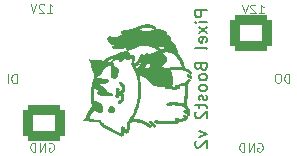
<source format=gbr>
%TF.GenerationSoftware,KiCad,Pcbnew,7.0.7*%
%TF.CreationDate,2023-10-29T23:30:44-04:00*%
%TF.ProjectId,Pixel_Boost2,50697865-6c5f-4426-9f6f-7374322e6b69,v2*%
%TF.SameCoordinates,Original*%
%TF.FileFunction,Legend,Bot*%
%TF.FilePolarity,Positive*%
%FSLAX46Y46*%
G04 Gerber Fmt 4.6, Leading zero omitted, Abs format (unit mm)*
G04 Created by KiCad (PCBNEW 7.0.7) date 2023-10-29 23:30:44*
%MOMM*%
%LPD*%
G01*
G04 APERTURE LIST*
G04 Aperture macros list*
%AMRoundRect*
0 Rectangle with rounded corners*
0 $1 Rounding radius*
0 $2 $3 $4 $5 $6 $7 $8 $9 X,Y pos of 4 corners*
0 Add a 4 corners polygon primitive as box body*
4,1,4,$2,$3,$4,$5,$6,$7,$8,$9,$2,$3,0*
0 Add four circle primitives for the rounded corners*
1,1,$1+$1,$2,$3*
1,1,$1+$1,$4,$5*
1,1,$1+$1,$6,$7*
1,1,$1+$1,$8,$9*
0 Add four rect primitives between the rounded corners*
20,1,$1+$1,$2,$3,$4,$5,0*
20,1,$1+$1,$4,$5,$6,$7,0*
20,1,$1+$1,$6,$7,$8,$9,0*
20,1,$1+$1,$8,$9,$2,$3,0*%
G04 Aperture macros list end*
%ADD10C,0.100000*%
%ADD11C,0.150000*%
%ADD12RoundRect,0.416667X-1.383333X1.083333X-1.383333X-1.083333X1.383333X-1.083333X1.383333X1.083333X0*%
%ADD13O,3.600000X3.000000*%
%ADD14RoundRect,0.416667X1.383333X-1.083333X1.383333X1.083333X-1.383333X1.083333X-1.383333X-1.083333X0*%
G04 APERTURE END LIST*
D10*
X163279285Y-113466764D02*
X163279285Y-112716764D01*
X163279285Y-112716764D02*
X163100714Y-112716764D01*
X163100714Y-112716764D02*
X162993571Y-112752478D01*
X162993571Y-112752478D02*
X162922142Y-112823907D01*
X162922142Y-112823907D02*
X162886428Y-112895335D01*
X162886428Y-112895335D02*
X162850714Y-113038192D01*
X162850714Y-113038192D02*
X162850714Y-113145335D01*
X162850714Y-113145335D02*
X162886428Y-113288192D01*
X162886428Y-113288192D02*
X162922142Y-113359621D01*
X162922142Y-113359621D02*
X162993571Y-113431050D01*
X162993571Y-113431050D02*
X163100714Y-113466764D01*
X163100714Y-113466764D02*
X163279285Y-113466764D01*
X162386428Y-112716764D02*
X162243571Y-112716764D01*
X162243571Y-112716764D02*
X162172142Y-112752478D01*
X162172142Y-112752478D02*
X162100714Y-112823907D01*
X162100714Y-112823907D02*
X162064999Y-112966764D01*
X162064999Y-112966764D02*
X162064999Y-113216764D01*
X162064999Y-113216764D02*
X162100714Y-113359621D01*
X162100714Y-113359621D02*
X162172142Y-113431050D01*
X162172142Y-113431050D02*
X162243571Y-113466764D01*
X162243571Y-113466764D02*
X162386428Y-113466764D01*
X162386428Y-113466764D02*
X162457857Y-113431050D01*
X162457857Y-113431050D02*
X162529285Y-113359621D01*
X162529285Y-113359621D02*
X162564999Y-113216764D01*
X162564999Y-113216764D02*
X162564999Y-112966764D01*
X162564999Y-112966764D02*
X162529285Y-112823907D01*
X162529285Y-112823907D02*
X162457857Y-112752478D01*
X162457857Y-112752478D02*
X162386428Y-112716764D01*
X160601428Y-118587478D02*
X160672857Y-118551764D01*
X160672857Y-118551764D02*
X160779999Y-118551764D01*
X160779999Y-118551764D02*
X160887142Y-118587478D01*
X160887142Y-118587478D02*
X160958571Y-118658907D01*
X160958571Y-118658907D02*
X160994285Y-118730335D01*
X160994285Y-118730335D02*
X161029999Y-118873192D01*
X161029999Y-118873192D02*
X161029999Y-118980335D01*
X161029999Y-118980335D02*
X160994285Y-119123192D01*
X160994285Y-119123192D02*
X160958571Y-119194621D01*
X160958571Y-119194621D02*
X160887142Y-119266050D01*
X160887142Y-119266050D02*
X160779999Y-119301764D01*
X160779999Y-119301764D02*
X160708571Y-119301764D01*
X160708571Y-119301764D02*
X160601428Y-119266050D01*
X160601428Y-119266050D02*
X160565714Y-119230335D01*
X160565714Y-119230335D02*
X160565714Y-118980335D01*
X160565714Y-118980335D02*
X160708571Y-118980335D01*
X160244285Y-119301764D02*
X160244285Y-118551764D01*
X160244285Y-118551764D02*
X159815714Y-119301764D01*
X159815714Y-119301764D02*
X159815714Y-118551764D01*
X159458571Y-119301764D02*
X159458571Y-118551764D01*
X159458571Y-118551764D02*
X159280000Y-118551764D01*
X159280000Y-118551764D02*
X159172857Y-118587478D01*
X159172857Y-118587478D02*
X159101428Y-118658907D01*
X159101428Y-118658907D02*
X159065714Y-118730335D01*
X159065714Y-118730335D02*
X159030000Y-118873192D01*
X159030000Y-118873192D02*
X159030000Y-118980335D01*
X159030000Y-118980335D02*
X159065714Y-119123192D01*
X159065714Y-119123192D02*
X159101428Y-119194621D01*
X159101428Y-119194621D02*
X159172857Y-119266050D01*
X159172857Y-119266050D02*
X159280000Y-119301764D01*
X159280000Y-119301764D02*
X159458571Y-119301764D01*
X142789285Y-107541764D02*
X143217856Y-107541764D01*
X143003571Y-107541764D02*
X143003571Y-106791764D01*
X143003571Y-106791764D02*
X143074999Y-106898907D01*
X143074999Y-106898907D02*
X143146428Y-106970335D01*
X143146428Y-106970335D02*
X143217856Y-107006050D01*
X142503570Y-106863192D02*
X142467856Y-106827478D01*
X142467856Y-106827478D02*
X142396428Y-106791764D01*
X142396428Y-106791764D02*
X142217856Y-106791764D01*
X142217856Y-106791764D02*
X142146428Y-106827478D01*
X142146428Y-106827478D02*
X142110713Y-106863192D01*
X142110713Y-106863192D02*
X142074999Y-106934621D01*
X142074999Y-106934621D02*
X142074999Y-107006050D01*
X142074999Y-107006050D02*
X142110713Y-107113192D01*
X142110713Y-107113192D02*
X142539285Y-107541764D01*
X142539285Y-107541764D02*
X142074999Y-107541764D01*
X141860713Y-106791764D02*
X141610713Y-107541764D01*
X141610713Y-107541764D02*
X141360713Y-106791764D01*
X160674285Y-107591764D02*
X161102856Y-107591764D01*
X160888571Y-107591764D02*
X160888571Y-106841764D01*
X160888571Y-106841764D02*
X160959999Y-106948907D01*
X160959999Y-106948907D02*
X161031428Y-107020335D01*
X161031428Y-107020335D02*
X161102856Y-107056050D01*
X160388570Y-106913192D02*
X160352856Y-106877478D01*
X160352856Y-106877478D02*
X160281428Y-106841764D01*
X160281428Y-106841764D02*
X160102856Y-106841764D01*
X160102856Y-106841764D02*
X160031428Y-106877478D01*
X160031428Y-106877478D02*
X159995713Y-106913192D01*
X159995713Y-106913192D02*
X159959999Y-106984621D01*
X159959999Y-106984621D02*
X159959999Y-107056050D01*
X159959999Y-107056050D02*
X159995713Y-107163192D01*
X159995713Y-107163192D02*
X160424285Y-107591764D01*
X160424285Y-107591764D02*
X159959999Y-107591764D01*
X159745713Y-106841764D02*
X159495713Y-107591764D01*
X159495713Y-107591764D02*
X159245713Y-106841764D01*
X142921428Y-118577478D02*
X142992857Y-118541764D01*
X142992857Y-118541764D02*
X143099999Y-118541764D01*
X143099999Y-118541764D02*
X143207142Y-118577478D01*
X143207142Y-118577478D02*
X143278571Y-118648907D01*
X143278571Y-118648907D02*
X143314285Y-118720335D01*
X143314285Y-118720335D02*
X143349999Y-118863192D01*
X143349999Y-118863192D02*
X143349999Y-118970335D01*
X143349999Y-118970335D02*
X143314285Y-119113192D01*
X143314285Y-119113192D02*
X143278571Y-119184621D01*
X143278571Y-119184621D02*
X143207142Y-119256050D01*
X143207142Y-119256050D02*
X143099999Y-119291764D01*
X143099999Y-119291764D02*
X143028571Y-119291764D01*
X143028571Y-119291764D02*
X142921428Y-119256050D01*
X142921428Y-119256050D02*
X142885714Y-119220335D01*
X142885714Y-119220335D02*
X142885714Y-118970335D01*
X142885714Y-118970335D02*
X143028571Y-118970335D01*
X142564285Y-119291764D02*
X142564285Y-118541764D01*
X142564285Y-118541764D02*
X142135714Y-119291764D01*
X142135714Y-119291764D02*
X142135714Y-118541764D01*
X141778571Y-119291764D02*
X141778571Y-118541764D01*
X141778571Y-118541764D02*
X141600000Y-118541764D01*
X141600000Y-118541764D02*
X141492857Y-118577478D01*
X141492857Y-118577478D02*
X141421428Y-118648907D01*
X141421428Y-118648907D02*
X141385714Y-118720335D01*
X141385714Y-118720335D02*
X141350000Y-118863192D01*
X141350000Y-118863192D02*
X141350000Y-118970335D01*
X141350000Y-118970335D02*
X141385714Y-119113192D01*
X141385714Y-119113192D02*
X141421428Y-119184621D01*
X141421428Y-119184621D02*
X141492857Y-119256050D01*
X141492857Y-119256050D02*
X141600000Y-119291764D01*
X141600000Y-119291764D02*
X141778571Y-119291764D01*
X140174999Y-113491764D02*
X140174999Y-112741764D01*
X140174999Y-112741764D02*
X139996428Y-112741764D01*
X139996428Y-112741764D02*
X139889285Y-112777478D01*
X139889285Y-112777478D02*
X139817856Y-112848907D01*
X139817856Y-112848907D02*
X139782142Y-112920335D01*
X139782142Y-112920335D02*
X139746428Y-113063192D01*
X139746428Y-113063192D02*
X139746428Y-113170335D01*
X139746428Y-113170335D02*
X139782142Y-113313192D01*
X139782142Y-113313192D02*
X139817856Y-113384621D01*
X139817856Y-113384621D02*
X139889285Y-113456050D01*
X139889285Y-113456050D02*
X139996428Y-113491764D01*
X139996428Y-113491764D02*
X140174999Y-113491764D01*
X139424999Y-113491764D02*
X139424999Y-112741764D01*
D11*
X156294819Y-107344285D02*
X155294819Y-107344285D01*
X155294819Y-107344285D02*
X155294819Y-107725237D01*
X155294819Y-107725237D02*
X155342438Y-107820475D01*
X155342438Y-107820475D02*
X155390057Y-107868094D01*
X155390057Y-107868094D02*
X155485295Y-107915713D01*
X155485295Y-107915713D02*
X155628152Y-107915713D01*
X155628152Y-107915713D02*
X155723390Y-107868094D01*
X155723390Y-107868094D02*
X155771009Y-107820475D01*
X155771009Y-107820475D02*
X155818628Y-107725237D01*
X155818628Y-107725237D02*
X155818628Y-107344285D01*
X156294819Y-108344285D02*
X155628152Y-108344285D01*
X155294819Y-108344285D02*
X155342438Y-108296666D01*
X155342438Y-108296666D02*
X155390057Y-108344285D01*
X155390057Y-108344285D02*
X155342438Y-108391904D01*
X155342438Y-108391904D02*
X155294819Y-108344285D01*
X155294819Y-108344285D02*
X155390057Y-108344285D01*
X156294819Y-108725237D02*
X155628152Y-109249046D01*
X155628152Y-108725237D02*
X156294819Y-109249046D01*
X156247200Y-110010951D02*
X156294819Y-109915713D01*
X156294819Y-109915713D02*
X156294819Y-109725237D01*
X156294819Y-109725237D02*
X156247200Y-109629999D01*
X156247200Y-109629999D02*
X156151961Y-109582380D01*
X156151961Y-109582380D02*
X155771009Y-109582380D01*
X155771009Y-109582380D02*
X155675771Y-109629999D01*
X155675771Y-109629999D02*
X155628152Y-109725237D01*
X155628152Y-109725237D02*
X155628152Y-109915713D01*
X155628152Y-109915713D02*
X155675771Y-110010951D01*
X155675771Y-110010951D02*
X155771009Y-110058570D01*
X155771009Y-110058570D02*
X155866247Y-110058570D01*
X155866247Y-110058570D02*
X155961485Y-109582380D01*
X156294819Y-110629999D02*
X156247200Y-110534761D01*
X156247200Y-110534761D02*
X156151961Y-110487142D01*
X156151961Y-110487142D02*
X155294819Y-110487142D01*
X155771009Y-112106190D02*
X155818628Y-112249047D01*
X155818628Y-112249047D02*
X155866247Y-112296666D01*
X155866247Y-112296666D02*
X155961485Y-112344285D01*
X155961485Y-112344285D02*
X156104342Y-112344285D01*
X156104342Y-112344285D02*
X156199580Y-112296666D01*
X156199580Y-112296666D02*
X156247200Y-112249047D01*
X156247200Y-112249047D02*
X156294819Y-112153809D01*
X156294819Y-112153809D02*
X156294819Y-111772857D01*
X156294819Y-111772857D02*
X155294819Y-111772857D01*
X155294819Y-111772857D02*
X155294819Y-112106190D01*
X155294819Y-112106190D02*
X155342438Y-112201428D01*
X155342438Y-112201428D02*
X155390057Y-112249047D01*
X155390057Y-112249047D02*
X155485295Y-112296666D01*
X155485295Y-112296666D02*
X155580533Y-112296666D01*
X155580533Y-112296666D02*
X155675771Y-112249047D01*
X155675771Y-112249047D02*
X155723390Y-112201428D01*
X155723390Y-112201428D02*
X155771009Y-112106190D01*
X155771009Y-112106190D02*
X155771009Y-111772857D01*
X156294819Y-112915714D02*
X156247200Y-112820476D01*
X156247200Y-112820476D02*
X156199580Y-112772857D01*
X156199580Y-112772857D02*
X156104342Y-112725238D01*
X156104342Y-112725238D02*
X155818628Y-112725238D01*
X155818628Y-112725238D02*
X155723390Y-112772857D01*
X155723390Y-112772857D02*
X155675771Y-112820476D01*
X155675771Y-112820476D02*
X155628152Y-112915714D01*
X155628152Y-112915714D02*
X155628152Y-113058571D01*
X155628152Y-113058571D02*
X155675771Y-113153809D01*
X155675771Y-113153809D02*
X155723390Y-113201428D01*
X155723390Y-113201428D02*
X155818628Y-113249047D01*
X155818628Y-113249047D02*
X156104342Y-113249047D01*
X156104342Y-113249047D02*
X156199580Y-113201428D01*
X156199580Y-113201428D02*
X156247200Y-113153809D01*
X156247200Y-113153809D02*
X156294819Y-113058571D01*
X156294819Y-113058571D02*
X156294819Y-112915714D01*
X156294819Y-113820476D02*
X156247200Y-113725238D01*
X156247200Y-113725238D02*
X156199580Y-113677619D01*
X156199580Y-113677619D02*
X156104342Y-113630000D01*
X156104342Y-113630000D02*
X155818628Y-113630000D01*
X155818628Y-113630000D02*
X155723390Y-113677619D01*
X155723390Y-113677619D02*
X155675771Y-113725238D01*
X155675771Y-113725238D02*
X155628152Y-113820476D01*
X155628152Y-113820476D02*
X155628152Y-113963333D01*
X155628152Y-113963333D02*
X155675771Y-114058571D01*
X155675771Y-114058571D02*
X155723390Y-114106190D01*
X155723390Y-114106190D02*
X155818628Y-114153809D01*
X155818628Y-114153809D02*
X156104342Y-114153809D01*
X156104342Y-114153809D02*
X156199580Y-114106190D01*
X156199580Y-114106190D02*
X156247200Y-114058571D01*
X156247200Y-114058571D02*
X156294819Y-113963333D01*
X156294819Y-113963333D02*
X156294819Y-113820476D01*
X156247200Y-114534762D02*
X156294819Y-114630000D01*
X156294819Y-114630000D02*
X156294819Y-114820476D01*
X156294819Y-114820476D02*
X156247200Y-114915714D01*
X156247200Y-114915714D02*
X156151961Y-114963333D01*
X156151961Y-114963333D02*
X156104342Y-114963333D01*
X156104342Y-114963333D02*
X156009104Y-114915714D01*
X156009104Y-114915714D02*
X155961485Y-114820476D01*
X155961485Y-114820476D02*
X155961485Y-114677619D01*
X155961485Y-114677619D02*
X155913866Y-114582381D01*
X155913866Y-114582381D02*
X155818628Y-114534762D01*
X155818628Y-114534762D02*
X155771009Y-114534762D01*
X155771009Y-114534762D02*
X155675771Y-114582381D01*
X155675771Y-114582381D02*
X155628152Y-114677619D01*
X155628152Y-114677619D02*
X155628152Y-114820476D01*
X155628152Y-114820476D02*
X155675771Y-114915714D01*
X155628152Y-115249048D02*
X155628152Y-115630000D01*
X155294819Y-115391905D02*
X156151961Y-115391905D01*
X156151961Y-115391905D02*
X156247200Y-115439524D01*
X156247200Y-115439524D02*
X156294819Y-115534762D01*
X156294819Y-115534762D02*
X156294819Y-115630000D01*
X155390057Y-115915715D02*
X155342438Y-115963334D01*
X155342438Y-115963334D02*
X155294819Y-116058572D01*
X155294819Y-116058572D02*
X155294819Y-116296667D01*
X155294819Y-116296667D02*
X155342438Y-116391905D01*
X155342438Y-116391905D02*
X155390057Y-116439524D01*
X155390057Y-116439524D02*
X155485295Y-116487143D01*
X155485295Y-116487143D02*
X155580533Y-116487143D01*
X155580533Y-116487143D02*
X155723390Y-116439524D01*
X155723390Y-116439524D02*
X156294819Y-115868096D01*
X156294819Y-115868096D02*
X156294819Y-116487143D01*
X155628152Y-117582382D02*
X156294819Y-117820477D01*
X156294819Y-117820477D02*
X155628152Y-118058572D01*
X155390057Y-118391906D02*
X155342438Y-118439525D01*
X155342438Y-118439525D02*
X155294819Y-118534763D01*
X155294819Y-118534763D02*
X155294819Y-118772858D01*
X155294819Y-118772858D02*
X155342438Y-118868096D01*
X155342438Y-118868096D02*
X155390057Y-118915715D01*
X155390057Y-118915715D02*
X155485295Y-118963334D01*
X155485295Y-118963334D02*
X155580533Y-118963334D01*
X155580533Y-118963334D02*
X155723390Y-118915715D01*
X155723390Y-118915715D02*
X156294819Y-118344287D01*
X156294819Y-118344287D02*
X156294819Y-118963334D01*
%TO.C,G\u002A\u002A\u002A*%
G36*
X154740556Y-112720537D02*
G01*
X154769594Y-112727935D01*
X154817144Y-112747862D01*
X154866026Y-112776257D01*
X154913637Y-112810950D01*
X154957371Y-112849773D01*
X154994622Y-112890555D01*
X155022787Y-112931127D01*
X155039261Y-112969319D01*
X155040916Y-112975519D01*
X155046947Y-113001346D01*
X155048245Y-113019754D01*
X155044575Y-113036551D01*
X155035703Y-113057544D01*
X155024955Y-113077421D01*
X154996449Y-113109957D01*
X154960295Y-113129676D01*
X154916900Y-113136310D01*
X154895328Y-113133186D01*
X154862627Y-113119677D01*
X154832351Y-113098468D01*
X154810009Y-113072831D01*
X154799672Y-113058085D01*
X154767200Y-113023840D01*
X154725439Y-112991294D01*
X154678174Y-112963585D01*
X154649580Y-112947943D01*
X154621764Y-112926858D01*
X154603593Y-112902952D01*
X154592121Y-112873127D01*
X154588802Y-112855655D01*
X154591063Y-112817054D01*
X154605319Y-112782025D01*
X154629483Y-112752713D01*
X154661468Y-112731265D01*
X154699188Y-112719824D01*
X154740556Y-112720537D01*
G37*
G36*
X148289508Y-115453433D02*
G01*
X148347148Y-115473134D01*
X148363621Y-115481741D01*
X148412908Y-115517299D01*
X148455163Y-115562680D01*
X148487729Y-115614631D01*
X148507950Y-115669903D01*
X148512168Y-115691638D01*
X148514649Y-115754293D01*
X148503551Y-115815281D01*
X148479902Y-115872529D01*
X148444726Y-115923966D01*
X148399051Y-115967519D01*
X148343903Y-116001116D01*
X148329285Y-116007624D01*
X148309594Y-116014406D01*
X148288403Y-116018349D01*
X148261216Y-116020179D01*
X148223537Y-116020628D01*
X148191445Y-116020362D01*
X148163510Y-116018924D01*
X148142361Y-116015546D01*
X148123543Y-116009466D01*
X148102605Y-115999920D01*
X148081326Y-115988535D01*
X148027606Y-115949084D01*
X147985381Y-115900076D01*
X147954951Y-115841921D01*
X147936618Y-115775026D01*
X147933966Y-115755470D01*
X147934424Y-115703641D01*
X147946605Y-115651107D01*
X147971154Y-115594488D01*
X147977656Y-115582736D01*
X148013626Y-115535579D01*
X148059188Y-115497636D01*
X148111948Y-115469677D01*
X148169517Y-115452476D01*
X148229500Y-115446804D01*
X148289508Y-115453433D01*
G37*
G36*
X151575374Y-116676799D02*
G01*
X151616601Y-116696996D01*
X151626678Y-116704586D01*
X151650437Y-116725078D01*
X151680743Y-116753286D01*
X151715433Y-116787021D01*
X151752341Y-116824097D01*
X151789303Y-116862326D01*
X151824156Y-116899522D01*
X151854735Y-116933496D01*
X151878876Y-116962063D01*
X151887255Y-116972742D01*
X151909458Y-117003262D01*
X151928719Y-117032666D01*
X151941611Y-117055831D01*
X151943659Y-117060367D01*
X151956746Y-117105194D01*
X151957375Y-117147949D01*
X151946773Y-117186623D01*
X151926165Y-117219213D01*
X151896778Y-117243711D01*
X151859837Y-117258112D01*
X151816569Y-117260410D01*
X151808766Y-117259462D01*
X151778230Y-117250835D01*
X151750355Y-117233404D01*
X151722766Y-117205332D01*
X151693085Y-117164776D01*
X151687339Y-117156571D01*
X151662893Y-117126183D01*
X151628526Y-117088060D01*
X151585484Y-117043551D01*
X151535014Y-116994001D01*
X151523323Y-116982719D01*
X151486446Y-116946321D01*
X151454600Y-116913647D01*
X151429289Y-116886304D01*
X151412013Y-116865901D01*
X151404277Y-116854048D01*
X151396838Y-116821139D01*
X151399186Y-116777165D01*
X151415192Y-116736423D01*
X151444143Y-116701640D01*
X151453037Y-116694508D01*
X151490695Y-116675633D01*
X151532440Y-116669704D01*
X151575374Y-116676799D01*
G37*
G36*
X154470832Y-116185241D02*
G01*
X154521027Y-116211565D01*
X154545412Y-116225533D01*
X154579951Y-116241791D01*
X154611044Y-116253059D01*
X154614302Y-116253992D01*
X154653211Y-116269150D01*
X154682192Y-116290302D01*
X154705783Y-116320687D01*
X154712786Y-116336373D01*
X154718934Y-116368139D01*
X154718866Y-116402767D01*
X154712200Y-116433509D01*
X154704461Y-116447137D01*
X154688690Y-116467892D01*
X154669067Y-116489657D01*
X154646404Y-116513322D01*
X154619084Y-116542812D01*
X154593911Y-116570825D01*
X154567980Y-116597871D01*
X154524025Y-116634295D01*
X154472852Y-116665967D01*
X154412520Y-116693873D01*
X154341090Y-116719001D01*
X154256618Y-116742338D01*
X154246663Y-116744785D01*
X154216965Y-116751535D01*
X154190048Y-116756341D01*
X154162356Y-116759539D01*
X154130333Y-116761462D01*
X154090421Y-116762447D01*
X154039066Y-116762827D01*
X153902174Y-116763274D01*
X153902164Y-116784275D01*
X153901554Y-116793926D01*
X153890141Y-116827157D01*
X153865114Y-116859064D01*
X153827545Y-116889109D01*
X153778504Y-116916751D01*
X153719062Y-116941451D01*
X153650289Y-116962670D01*
X153573256Y-116979867D01*
X153489035Y-116992502D01*
X153469433Y-116994393D01*
X153419616Y-116997140D01*
X153357255Y-116998532D01*
X153283948Y-116998643D01*
X153201288Y-116997541D01*
X153110873Y-116995300D01*
X153014298Y-116991990D01*
X152913158Y-116987681D01*
X152809050Y-116982446D01*
X152703568Y-116976355D01*
X152598309Y-116969479D01*
X152494867Y-116961890D01*
X152394840Y-116953659D01*
X152299822Y-116944856D01*
X152211410Y-116935553D01*
X152196857Y-116933932D01*
X152145911Y-116928535D01*
X152097899Y-116923847D01*
X152055810Y-116920138D01*
X152022636Y-116917674D01*
X152001368Y-116916725D01*
X151998381Y-116916693D01*
X151947529Y-116911765D01*
X151907602Y-116898025D01*
X151876832Y-116874561D01*
X151853453Y-116840463D01*
X151842093Y-116807753D01*
X151840900Y-116767287D01*
X151852612Y-116728595D01*
X151876290Y-116694495D01*
X151910994Y-116667805D01*
X151925052Y-116660509D01*
X151946955Y-116652270D01*
X151971359Y-116648283D01*
X152004478Y-116647176D01*
X152039275Y-116647995D01*
X152081949Y-116650529D01*
X152120751Y-116654205D01*
X152157063Y-116658344D01*
X152196332Y-116662443D01*
X152229325Y-116665530D01*
X152242680Y-116666682D01*
X152277239Y-116669773D01*
X152317370Y-116673464D01*
X152356851Y-116677187D01*
X152369532Y-116678376D01*
X152410449Y-116681981D01*
X152461746Y-116686209D01*
X152524188Y-116691120D01*
X152598540Y-116696771D01*
X152685567Y-116703221D01*
X152786034Y-116710528D01*
X152900708Y-116718752D01*
X152949998Y-116721840D01*
X153020046Y-116725033D01*
X153093453Y-116727214D01*
X153168181Y-116728406D01*
X153242192Y-116728633D01*
X153313448Y-116727918D01*
X153379912Y-116726286D01*
X153439546Y-116723760D01*
X153490312Y-116720365D01*
X153530171Y-116716124D01*
X153557087Y-116711062D01*
X153581955Y-116703971D01*
X153600455Y-116698294D01*
X153608479Y-116695286D01*
X153608422Y-116693609D01*
X153602715Y-116683161D01*
X153591243Y-116666945D01*
X153585437Y-116658745D01*
X153568320Y-116620164D01*
X153565236Y-116579979D01*
X153576036Y-116540791D01*
X153600570Y-116505201D01*
X153601439Y-116504291D01*
X153622579Y-116484974D01*
X153644394Y-116471984D01*
X153669633Y-116464885D01*
X153701045Y-116463239D01*
X153741379Y-116466611D01*
X153793383Y-116474564D01*
X153813499Y-116477823D01*
X153874826Y-116485759D01*
X153939052Y-116491526D01*
X154002652Y-116494977D01*
X154062104Y-116495961D01*
X154113886Y-116494327D01*
X154154474Y-116489927D01*
X154179580Y-116484710D01*
X154212569Y-116476339D01*
X154248140Y-116466203D01*
X154282864Y-116455375D01*
X154313311Y-116444929D01*
X154336053Y-116435936D01*
X154347659Y-116429471D01*
X154347693Y-116423114D01*
X154339407Y-116408037D01*
X154323459Y-116387808D01*
X154316282Y-116379172D01*
X154293414Y-116339953D01*
X154284827Y-116299817D01*
X154290630Y-116260208D01*
X154310932Y-116222571D01*
X154313500Y-116219288D01*
X154345412Y-116189922D01*
X154382573Y-116174443D01*
X154424530Y-116172875D01*
X154470832Y-116185241D01*
G37*
G36*
X149064185Y-113373675D02*
G01*
X149077789Y-113381566D01*
X149101703Y-113400683D01*
X149131043Y-113427893D01*
X149163796Y-113461008D01*
X149197945Y-113497841D01*
X149231475Y-113536203D01*
X149262371Y-113573907D01*
X149288617Y-113608764D01*
X149308197Y-113638586D01*
X149323775Y-113667176D01*
X149357093Y-113747071D01*
X149378904Y-113831395D01*
X149382007Y-113859258D01*
X149382791Y-113902763D01*
X149380481Y-113951873D01*
X149375337Y-114001644D01*
X149367617Y-114047134D01*
X149352342Y-114100508D01*
X149322216Y-114169724D01*
X149282449Y-114235934D01*
X149235516Y-114294506D01*
X149181440Y-114352410D01*
X149197592Y-114372609D01*
X149243169Y-114441028D01*
X149277346Y-114517267D01*
X149299450Y-114598525D01*
X149309390Y-114682723D01*
X149307074Y-114767783D01*
X149292409Y-114851629D01*
X149265305Y-114932182D01*
X149225668Y-115007366D01*
X149211773Y-115028044D01*
X149181940Y-115066255D01*
X149146156Y-115104212D01*
X149102004Y-115144378D01*
X149047067Y-115189211D01*
X149033026Y-115200187D01*
X148991007Y-115232170D01*
X148957594Y-115255739D01*
X148930719Y-115272048D01*
X148908317Y-115282254D01*
X148888321Y-115287512D01*
X148868664Y-115288979D01*
X148824466Y-115282822D01*
X148785679Y-115264976D01*
X148755358Y-115237553D01*
X148734737Y-115202670D01*
X148725054Y-115162444D01*
X148727543Y-115118995D01*
X148743442Y-115074438D01*
X148746288Y-115070098D01*
X148760923Y-115053972D01*
X148784536Y-115031876D01*
X148814877Y-115005850D01*
X148849700Y-114977937D01*
X148882000Y-114952476D01*
X148923581Y-114917598D01*
X148955299Y-114887229D01*
X148978874Y-114859222D01*
X148996028Y-114831427D01*
X149008481Y-114801697D01*
X149017955Y-114767881D01*
X149019923Y-114757537D01*
X149022169Y-114717097D01*
X149018525Y-114671815D01*
X149009778Y-114628164D01*
X148996711Y-114592620D01*
X148987836Y-114577920D01*
X148961418Y-114546613D01*
X148927822Y-114517288D01*
X148891805Y-114494402D01*
X148883140Y-114490066D01*
X148866267Y-114482194D01*
X148857711Y-114479074D01*
X148856980Y-114480114D01*
X148855283Y-114491808D01*
X148854103Y-114513744D01*
X148853661Y-114542468D01*
X148853345Y-114567372D01*
X148849839Y-114617094D01*
X148841877Y-114656185D01*
X148828742Y-114687437D01*
X148809718Y-114713641D01*
X148799346Y-114724200D01*
X148777507Y-114742404D01*
X148758258Y-114754025D01*
X148735589Y-114761112D01*
X148693026Y-114763965D01*
X148650433Y-114755525D01*
X148611261Y-114737133D01*
X148578966Y-114710131D01*
X148556999Y-114675860D01*
X148553334Y-114665795D01*
X148549177Y-114647469D01*
X148547150Y-114624596D01*
X148547289Y-114595120D01*
X148549629Y-114556987D01*
X148554208Y-114508141D01*
X148561061Y-114446526D01*
X148565163Y-114408343D01*
X148570580Y-114350204D01*
X148575778Y-114286700D01*
X148580320Y-114223237D01*
X148583769Y-114165220D01*
X148584176Y-114157470D01*
X148587061Y-114108697D01*
X148590263Y-114063381D01*
X148593544Y-114024405D01*
X148596663Y-113994652D01*
X148599382Y-113977006D01*
X148600930Y-113970692D01*
X148616494Y-113932393D01*
X148641813Y-113903418D01*
X148679303Y-113880860D01*
X148709431Y-113870262D01*
X148755770Y-113865646D01*
X148799990Y-113874629D01*
X148839676Y-113896585D01*
X148872415Y-113930890D01*
X148877710Y-113938619D01*
X148888606Y-113958767D01*
X148893675Y-113979906D01*
X148894919Y-114008988D01*
X148894550Y-114027377D01*
X148892312Y-114065747D01*
X148888719Y-114100723D01*
X148888633Y-114101359D01*
X148885661Y-114126392D01*
X148885927Y-114140762D01*
X148890256Y-114148532D01*
X148899470Y-114153768D01*
X148903298Y-114154981D01*
X148924113Y-114153857D01*
X148952156Y-114144537D01*
X148984177Y-114128326D01*
X149016927Y-114106531D01*
X149034626Y-114089908D01*
X149059267Y-114053541D01*
X149078332Y-114008030D01*
X149090543Y-113956723D01*
X149094621Y-113902968D01*
X149094194Y-113889181D01*
X149090007Y-113856978D01*
X149080410Y-113825710D01*
X149064216Y-113793228D01*
X149040235Y-113757383D01*
X149007280Y-113716025D01*
X148964163Y-113667005D01*
X148936375Y-113636088D01*
X148910935Y-113606689D01*
X148893115Y-113584174D01*
X148881374Y-113566407D01*
X148874168Y-113551254D01*
X148869954Y-113536578D01*
X148867234Y-113519643D01*
X148868899Y-113475138D01*
X148882631Y-113435798D01*
X148906484Y-113403254D01*
X148938511Y-113379137D01*
X148976768Y-113365081D01*
X149019307Y-113362716D01*
X149064185Y-113373675D01*
G37*
G36*
X151391552Y-108520955D02*
G01*
X151492175Y-108531685D01*
X151582534Y-108549450D01*
X151625255Y-108562453D01*
X151683307Y-108585118D01*
X151744889Y-108613559D01*
X151806390Y-108645859D01*
X151864204Y-108680105D01*
X151914721Y-108714381D01*
X151954333Y-108746772D01*
X151959569Y-108751876D01*
X151986896Y-108788852D01*
X152001315Y-108829733D01*
X152002288Y-108871961D01*
X151989278Y-108912979D01*
X151985133Y-108921190D01*
X151977365Y-108937199D01*
X151974290Y-108944561D01*
X151980819Y-108945124D01*
X152000468Y-108945676D01*
X152031291Y-108946163D01*
X152071328Y-108946562D01*
X152118619Y-108946848D01*
X152171204Y-108946998D01*
X152242567Y-108947507D01*
X152321405Y-108949483D01*
X152389271Y-108953216D01*
X152412177Y-108955455D01*
X152448390Y-108958995D01*
X152500988Y-108967111D01*
X152549290Y-108977855D01*
X152595521Y-108991516D01*
X152641907Y-109008385D01*
X152642959Y-109008801D01*
X152690876Y-109030379D01*
X152741299Y-109057600D01*
X152791497Y-109088569D01*
X152822909Y-109110394D01*
X152838741Y-109121394D01*
X152880302Y-109154181D01*
X152913452Y-109185036D01*
X152935460Y-109212065D01*
X152943146Y-109225689D01*
X152956261Y-109267888D01*
X152954865Y-109311081D01*
X152938905Y-109353082D01*
X152921022Y-109384355D01*
X152959214Y-109396847D01*
X152961134Y-109397479D01*
X153028089Y-109424038D01*
X153090215Y-109457212D01*
X153145843Y-109495529D01*
X153193304Y-109537518D01*
X153230930Y-109581709D01*
X153257054Y-109626632D01*
X153270007Y-109670816D01*
X153270845Y-109680250D01*
X153266425Y-109718754D01*
X153251219Y-109755219D01*
X153227456Y-109785515D01*
X153197362Y-109805511D01*
X153174901Y-109814815D01*
X153241900Y-109857119D01*
X153299252Y-109895552D01*
X153371052Y-109952028D01*
X153435526Y-110014255D01*
X153495737Y-110085278D01*
X153554748Y-110168142D01*
X153588847Y-110221522D01*
X153647024Y-110322104D01*
X153699107Y-110424762D01*
X153744291Y-110527437D01*
X153781771Y-110628070D01*
X153810740Y-110724601D01*
X153830392Y-110814970D01*
X153839923Y-110897119D01*
X153844406Y-110979635D01*
X153902549Y-111041242D01*
X153920834Y-111060978D01*
X154012601Y-111171623D01*
X154099132Y-111295925D01*
X154180217Y-111433472D01*
X154255644Y-111583850D01*
X154325204Y-111746647D01*
X154388686Y-111921449D01*
X154445879Y-112107843D01*
X154469911Y-112193345D01*
X154540478Y-112220714D01*
X154648508Y-112268664D01*
X154759403Y-112331284D01*
X154862101Y-112403645D01*
X154953888Y-112484017D01*
X154969321Y-112499553D01*
X154998663Y-112531655D01*
X155021139Y-112559935D01*
X155034390Y-112581536D01*
X155047274Y-112621828D01*
X155047090Y-112661270D01*
X155033002Y-112701479D01*
X155021195Y-112720378D01*
X154991810Y-112747910D01*
X154955586Y-112764195D01*
X154915618Y-112768117D01*
X154875003Y-112758557D01*
X154863386Y-112752135D01*
X154841761Y-112735682D01*
X154820858Y-112715491D01*
X154815140Y-112709216D01*
X154756075Y-112649308D01*
X154695069Y-112596995D01*
X154629946Y-112551018D01*
X154558527Y-112510117D01*
X154478636Y-112473033D01*
X154388096Y-112438507D01*
X154284730Y-112405278D01*
X154238221Y-112391693D01*
X154183023Y-112376860D01*
X154133195Y-112365565D01*
X154085346Y-112357351D01*
X154036083Y-112351759D01*
X153982015Y-112348335D01*
X153919749Y-112346619D01*
X153845894Y-112346156D01*
X153823106Y-112346184D01*
X153763852Y-112346617D01*
X153715328Y-112347718D01*
X153674337Y-112349674D01*
X153637681Y-112352671D01*
X153602164Y-112356894D01*
X153564588Y-112362531D01*
X153530551Y-112368218D01*
X153482001Y-112376856D01*
X153432025Y-112386249D01*
X153382936Y-112395917D01*
X153337051Y-112405378D01*
X153296682Y-112414154D01*
X153264145Y-112421764D01*
X153241754Y-112427727D01*
X153231823Y-112431565D01*
X153231072Y-112436310D01*
X153236328Y-112450672D01*
X153247719Y-112469879D01*
X153255691Y-112481786D01*
X153302163Y-112565158D01*
X153341060Y-112661203D01*
X153372328Y-112769650D01*
X153395910Y-112890226D01*
X153411753Y-113022661D01*
X153419801Y-113166682D01*
X153419999Y-113322019D01*
X153418143Y-113386384D01*
X153415316Y-113445896D01*
X153411234Y-113497115D01*
X153405451Y-113543551D01*
X153397522Y-113588714D01*
X153387003Y-113636112D01*
X153373448Y-113689255D01*
X153368125Y-113709692D01*
X153361503Y-113736739D01*
X153357401Y-113755720D01*
X153356548Y-113763434D01*
X153361581Y-113764802D01*
X153378849Y-113768034D01*
X153405339Y-113772423D01*
X153437889Y-113777424D01*
X153450957Y-113779417D01*
X153493898Y-113786935D01*
X153535639Y-113796108D01*
X153581262Y-113808139D01*
X153635852Y-113824229D01*
X153643410Y-113826308D01*
X153646597Y-113824688D01*
X153638963Y-113814496D01*
X153626887Y-113796788D01*
X153614060Y-113759993D01*
X153613365Y-113721282D01*
X153624107Y-113684053D01*
X153645592Y-113651709D01*
X153677126Y-113627649D01*
X153692900Y-113621294D01*
X153731966Y-113616201D01*
X153776337Y-113622121D01*
X153823303Y-113638529D01*
X153870155Y-113664904D01*
X153890349Y-113677979D01*
X153901684Y-113682660D01*
X153905465Y-113678304D01*
X153903942Y-113664912D01*
X153904999Y-113639447D01*
X153914677Y-113609746D01*
X153930431Y-113581626D01*
X153949709Y-113560885D01*
X153961114Y-113552732D01*
X153977267Y-113543647D01*
X153995482Y-113537683D01*
X154020069Y-113533584D01*
X154055336Y-113530095D01*
X154090232Y-113526501D01*
X154155992Y-113515866D01*
X154220499Y-113499660D01*
X154286937Y-113476862D01*
X154358491Y-113446451D01*
X154438346Y-113407409D01*
X154496274Y-113374309D01*
X154558286Y-113328633D01*
X154614181Y-113274194D01*
X154667522Y-113207890D01*
X154667911Y-113207354D01*
X154696757Y-113170225D01*
X154721870Y-113144615D01*
X154746133Y-113128618D01*
X154772427Y-113120326D01*
X154803634Y-113117835D01*
X154813086Y-113117970D01*
X154848064Y-113123784D01*
X154876364Y-113139807D01*
X154902495Y-113168344D01*
X154914895Y-113194153D01*
X154920956Y-113229492D01*
X154919211Y-113267318D01*
X154909378Y-113302118D01*
X154900975Y-113318322D01*
X154879883Y-113350971D01*
X154851586Y-113388992D01*
X154818445Y-113429421D01*
X154782826Y-113469292D01*
X154747092Y-113505642D01*
X154694463Y-113556162D01*
X154693697Y-113918224D01*
X154693522Y-113978297D01*
X154693024Y-114065885D01*
X154692199Y-114142398D01*
X154690977Y-114210272D01*
X154689285Y-114271943D01*
X154687051Y-114329848D01*
X154684204Y-114386423D01*
X154680671Y-114444105D01*
X154676382Y-114505329D01*
X154670803Y-114579231D01*
X154662209Y-114686241D01*
X154653329Y-114789351D01*
X154644287Y-114887454D01*
X154635207Y-114979441D01*
X154626213Y-115064207D01*
X154617428Y-115140643D01*
X154608976Y-115207643D01*
X154600981Y-115264099D01*
X154593566Y-115308904D01*
X154586856Y-115340951D01*
X154580973Y-115359132D01*
X154569222Y-115382688D01*
X154601385Y-115408850D01*
X154654540Y-115454679D01*
X154713875Y-115512577D01*
X154766048Y-115571120D01*
X154808948Y-115627910D01*
X154840463Y-115680546D01*
X154852343Y-115706642D01*
X154867777Y-115748388D01*
X154880496Y-115791649D01*
X154889099Y-115831482D01*
X154892185Y-115862946D01*
X154892023Y-115868765D01*
X154883306Y-115910604D01*
X154862915Y-115947769D01*
X154833062Y-115976030D01*
X154824413Y-115982156D01*
X154810424Y-115995465D01*
X154808093Y-116004657D01*
X154814413Y-116014324D01*
X154826504Y-116032751D01*
X154841532Y-116055613D01*
X154844931Y-116060929D01*
X154861666Y-116091923D01*
X154874251Y-116123186D01*
X154881227Y-116150515D01*
X154881134Y-116169706D01*
X154878409Y-116180129D01*
X154874225Y-116198210D01*
X154871323Y-116207459D01*
X154856106Y-116233583D01*
X154833371Y-116258470D01*
X154807597Y-116276834D01*
X154801960Y-116279357D01*
X154777092Y-116286217D01*
X154750129Y-116289225D01*
X154717895Y-116285796D01*
X154684371Y-116271530D01*
X154652368Y-116245007D01*
X154619915Y-116204953D01*
X154612798Y-116195102D01*
X154578043Y-116153713D01*
X154538358Y-116117969D01*
X154490446Y-116085216D01*
X154431009Y-116052796D01*
X154386052Y-116029070D01*
X154349816Y-116006143D01*
X154324595Y-115984108D01*
X154308686Y-115961064D01*
X154300389Y-115935113D01*
X154298002Y-115904355D01*
X154302269Y-115868812D01*
X154319183Y-115832501D01*
X154349776Y-115801597D01*
X154360392Y-115793996D01*
X154377370Y-115785469D01*
X154397499Y-115781534D01*
X154426674Y-115780580D01*
X154437378Y-115780694D01*
X154461233Y-115782480D01*
X154483472Y-115787495D01*
X154509003Y-115797094D01*
X154542734Y-115812634D01*
X154561489Y-115821387D01*
X154587175Y-115832421D01*
X154605650Y-115839134D01*
X154613818Y-115840319D01*
X154614826Y-115838571D01*
X154612789Y-115825784D01*
X154602834Y-115805084D01*
X154586640Y-115779019D01*
X154565889Y-115750140D01*
X154542261Y-115720995D01*
X154517437Y-115694133D01*
X154516161Y-115692860D01*
X154473482Y-115653126D01*
X154424811Y-115612309D01*
X154374146Y-115573475D01*
X154325483Y-115539693D01*
X154282818Y-115514031D01*
X154233883Y-115491105D01*
X154158704Y-115464635D01*
X154069392Y-115441282D01*
X153966265Y-115421125D01*
X153849644Y-115404247D01*
X153826473Y-115401815D01*
X153779714Y-115398384D01*
X153722996Y-115395526D01*
X153658587Y-115393252D01*
X153588755Y-115391573D01*
X153515767Y-115390498D01*
X153441892Y-115390039D01*
X153369397Y-115390207D01*
X153300550Y-115391010D01*
X153237619Y-115392461D01*
X153182871Y-115394570D01*
X153138575Y-115397346D01*
X153106998Y-115400801D01*
X153076049Y-115405534D01*
X153035452Y-115411213D01*
X153005284Y-115414273D01*
X152982843Y-115414700D01*
X152965427Y-115412485D01*
X152950333Y-115407615D01*
X152934860Y-115400080D01*
X152908192Y-115380985D01*
X152884146Y-115349726D01*
X152871043Y-115313252D01*
X152868951Y-115274458D01*
X152877941Y-115236239D01*
X152898081Y-115201490D01*
X152929440Y-115173106D01*
X152943255Y-115165963D01*
X152977585Y-115154957D01*
X153024367Y-115145327D01*
X153082035Y-115137119D01*
X153149022Y-115130380D01*
X153223761Y-115125158D01*
X153304685Y-115121499D01*
X153390227Y-115119450D01*
X153478821Y-115119059D01*
X153568900Y-115120372D01*
X153658898Y-115123436D01*
X153747246Y-115128299D01*
X153832379Y-115135007D01*
X153912730Y-115143608D01*
X153954875Y-115149456D01*
X154020400Y-115160493D01*
X154088514Y-115173878D01*
X154154836Y-115188674D01*
X154214985Y-115203945D01*
X154264577Y-115218756D01*
X154273829Y-115221787D01*
X154299578Y-115229637D01*
X154318215Y-115234440D01*
X154326212Y-115235250D01*
X154327387Y-115230835D01*
X154330257Y-115213640D01*
X154334235Y-115185886D01*
X154338963Y-115150103D01*
X154344082Y-115108825D01*
X154356858Y-114997183D01*
X154372770Y-114840672D01*
X154386824Y-114681369D01*
X154398823Y-114522189D01*
X154408571Y-114366044D01*
X154415873Y-114215849D01*
X154420532Y-114074519D01*
X154422352Y-113944967D01*
X154422406Y-113913575D01*
X154422332Y-113857741D01*
X154422050Y-113807806D01*
X154421583Y-113765589D01*
X154420952Y-113732912D01*
X154420183Y-113711596D01*
X154419297Y-113703462D01*
X154416021Y-113703366D01*
X154401202Y-113706975D01*
X154377544Y-113714500D01*
X154348285Y-113724962D01*
X154329157Y-113731931D01*
X154250720Y-113755787D01*
X154172650Y-113771017D01*
X154087816Y-113779103D01*
X154060854Y-113780778D01*
X154033071Y-113782983D01*
X154014159Y-113785070D01*
X154007175Y-113786750D01*
X154008052Y-113788821D01*
X154015366Y-113800035D01*
X154027678Y-113816819D01*
X154032631Y-113823584D01*
X154042427Y-113841385D01*
X154047077Y-113861713D01*
X154048307Y-113890758D01*
X154047239Y-113918614D01*
X154042461Y-113941288D01*
X154032741Y-113959021D01*
X154006627Y-113986947D01*
X153970738Y-114007279D01*
X153928970Y-114013983D01*
X153907898Y-114013005D01*
X153887931Y-114008468D01*
X153868434Y-113998492D01*
X153845867Y-113981207D01*
X153816687Y-113954747D01*
X153814846Y-113953026D01*
X153797987Y-113938471D01*
X153787939Y-113932128D01*
X153786582Y-113935217D01*
X153789539Y-113943660D01*
X153793683Y-113972155D01*
X153792789Y-114004578D01*
X153787308Y-114034770D01*
X153777691Y-114056576D01*
X153755246Y-114081651D01*
X153721135Y-114103569D01*
X153682618Y-114111385D01*
X153639302Y-114105157D01*
X153590791Y-114084946D01*
X153577941Y-114078525D01*
X153520615Y-114056621D01*
X153449756Y-114038366D01*
X153366191Y-114023858D01*
X153270750Y-114013196D01*
X153164262Y-114006479D01*
X153047556Y-114003806D01*
X152921461Y-114005274D01*
X152919921Y-114005316D01*
X152882372Y-114006011D01*
X152856037Y-114005394D01*
X152837281Y-114003012D01*
X152822464Y-113998413D01*
X152807948Y-113991144D01*
X152799336Y-113985711D01*
X152772238Y-113959340D01*
X152753759Y-113926186D01*
X152746927Y-113891205D01*
X152747058Y-113885604D01*
X152747165Y-113877795D01*
X152745692Y-113871704D01*
X152740970Y-113866912D01*
X152731335Y-113862998D01*
X152715119Y-113859544D01*
X152690656Y-113856130D01*
X152656280Y-113852337D01*
X152610323Y-113847745D01*
X152551119Y-113841935D01*
X152517424Y-113838479D01*
X152441504Y-113829906D01*
X152361998Y-113819995D01*
X152281552Y-113809137D01*
X152202812Y-113797723D01*
X152128424Y-113786143D01*
X152061035Y-113774789D01*
X152003291Y-113764050D01*
X151957838Y-113754319D01*
X151903278Y-113738417D01*
X151836183Y-113712673D01*
X151768426Y-113681061D01*
X151705203Y-113646031D01*
X151651712Y-113610032D01*
X151620158Y-113584196D01*
X151574007Y-113541641D01*
X151524680Y-113491724D01*
X151474974Y-113437413D01*
X151427686Y-113381678D01*
X151385613Y-113327490D01*
X151349143Y-113280018D01*
X151261877Y-113182191D01*
X151166728Y-113096475D01*
X151062315Y-113021700D01*
X150947251Y-112956695D01*
X150908167Y-112937874D01*
X150829012Y-112905255D01*
X150754613Y-112883018D01*
X150681746Y-112870304D01*
X150607185Y-112866257D01*
X150598563Y-112866091D01*
X150586828Y-112865870D01*
X150579291Y-112867554D01*
X150575805Y-112873264D01*
X150576226Y-112885121D01*
X150580409Y-112905245D01*
X150588209Y-112935757D01*
X150599480Y-112978779D01*
X150618483Y-113055369D01*
X150661801Y-113263993D01*
X150694146Y-113478587D01*
X150715737Y-113700792D01*
X150726794Y-113932251D01*
X150727594Y-113976304D01*
X150727500Y-114082586D01*
X150724922Y-114195625D01*
X150720053Y-114312705D01*
X150713090Y-114431109D01*
X150704228Y-114548121D01*
X150693662Y-114661024D01*
X150681588Y-114767102D01*
X150668202Y-114863639D01*
X150653699Y-114947917D01*
X150620645Y-115109569D01*
X150585308Y-115263866D01*
X150547914Y-115408295D01*
X150507701Y-115545455D01*
X150463904Y-115677948D01*
X150415760Y-115808374D01*
X150362505Y-115939334D01*
X150362486Y-115939377D01*
X150338827Y-115993065D01*
X150309664Y-116056001D01*
X150276638Y-116124897D01*
X150241388Y-116196467D01*
X150205553Y-116267422D01*
X150170774Y-116334477D01*
X150138688Y-116394343D01*
X150110936Y-116443734D01*
X150106837Y-116450821D01*
X150089368Y-116481946D01*
X150075746Y-116507737D01*
X150067255Y-116525679D01*
X150065180Y-116533259D01*
X150065776Y-116533525D01*
X150077024Y-116534781D01*
X150100476Y-116535968D01*
X150133820Y-116537009D01*
X150174744Y-116537831D01*
X150220938Y-116538356D01*
X150269275Y-116539091D01*
X150343156Y-116541791D01*
X150408750Y-116546193D01*
X150462728Y-116552107D01*
X150533384Y-116563621D01*
X150680996Y-116597389D01*
X150831926Y-116644484D01*
X150984935Y-116704397D01*
X151138785Y-116776619D01*
X151292237Y-116860640D01*
X151444054Y-116955950D01*
X151484744Y-116983670D01*
X151522554Y-117010417D01*
X151554252Y-117033876D01*
X151578224Y-117052819D01*
X151592861Y-117066016D01*
X151596548Y-117072238D01*
X151596126Y-117073086D01*
X151597533Y-117083754D01*
X151603591Y-117101211D01*
X151608102Y-117113733D01*
X151613539Y-117153900D01*
X151606513Y-117192073D01*
X151588903Y-117226091D01*
X151562591Y-117253794D01*
X151529455Y-117273023D01*
X151491377Y-117281615D01*
X151450237Y-117277412D01*
X151436997Y-117272239D01*
X151412145Y-117259351D01*
X151382097Y-117241493D01*
X151350732Y-117220870D01*
X151311565Y-117194439D01*
X151252073Y-117156128D01*
X151187744Y-117116400D01*
X151121991Y-117077275D01*
X151058228Y-117040777D01*
X150999867Y-117008925D01*
X150950324Y-116983742D01*
X150868716Y-116947430D01*
X150772963Y-116910893D01*
X150673878Y-116878646D01*
X150575320Y-116851835D01*
X150481146Y-116831604D01*
X150395214Y-116819097D01*
X150351064Y-116815865D01*
X150291273Y-116813919D01*
X150223204Y-116813610D01*
X150150332Y-116814874D01*
X150076129Y-116817647D01*
X150004069Y-116821867D01*
X149937624Y-116827468D01*
X149916935Y-116829582D01*
X149887198Y-116833118D01*
X149867497Y-116836861D01*
X149854615Y-116841829D01*
X149845332Y-116849044D01*
X149836431Y-116859524D01*
X149834460Y-116862013D01*
X149817443Y-116882366D01*
X149801970Y-116899346D01*
X149796389Y-116906018D01*
X149791645Y-116915673D01*
X149788211Y-116930005D01*
X149785678Y-116951595D01*
X149783634Y-116983024D01*
X149781668Y-117026871D01*
X149781489Y-117031161D01*
X149778785Y-117080316D01*
X149774947Y-117132274D01*
X149770461Y-117181102D01*
X149765812Y-117220864D01*
X149762345Y-117246222D01*
X149755690Y-117295385D01*
X149748764Y-117347018D01*
X149742605Y-117393398D01*
X149736185Y-117437404D01*
X149718382Y-117526969D01*
X149696071Y-117602302D01*
X149669232Y-117663462D01*
X149637845Y-117710510D01*
X149610619Y-117735951D01*
X149568805Y-117758601D01*
X149522100Y-117769704D01*
X149473881Y-117768555D01*
X149427524Y-117754446D01*
X149407550Y-117742816D01*
X149375139Y-117717507D01*
X149341219Y-117685017D01*
X149309285Y-117648779D01*
X149282826Y-117612225D01*
X149260781Y-117577464D01*
X149256916Y-117706724D01*
X149256029Y-117734004D01*
X149254018Y-117778936D01*
X149251397Y-117813500D01*
X149247811Y-117840789D01*
X149242904Y-117863894D01*
X149236321Y-117885907D01*
X149232918Y-117895597D01*
X149208506Y-117945893D01*
X149176709Y-117983420D01*
X149136897Y-118008761D01*
X149088438Y-118022499D01*
X149086054Y-118022837D01*
X149044424Y-118021008D01*
X148996939Y-118005523D01*
X148943795Y-117976446D01*
X148941739Y-117975130D01*
X148890815Y-117944108D01*
X148827200Y-117907844D01*
X148751977Y-117866901D01*
X148666231Y-117821839D01*
X148571044Y-117773219D01*
X148467498Y-117721604D01*
X148356679Y-117667553D01*
X148239668Y-117611629D01*
X148166871Y-117577029D01*
X148079364Y-117535037D01*
X147996960Y-117495052D01*
X147920878Y-117457681D01*
X147852336Y-117423534D01*
X147792553Y-117393217D01*
X147742747Y-117367340D01*
X147704137Y-117346509D01*
X147677942Y-117331334D01*
X147603905Y-117282436D01*
X147519137Y-117218471D01*
X147433960Y-117145216D01*
X147345616Y-117060425D01*
X147339366Y-117054124D01*
X147301418Y-117015106D01*
X147264272Y-116975746D01*
X147230414Y-116938750D01*
X147202324Y-116906823D01*
X147182488Y-116882671D01*
X147135880Y-116822032D01*
X146905181Y-116812948D01*
X146896020Y-116812584D01*
X146832870Y-116809922D01*
X146770050Y-116807029D01*
X146710490Y-116804056D01*
X146657126Y-116801156D01*
X146612889Y-116798480D01*
X146580714Y-116796179D01*
X146567471Y-116795033D01*
X146463998Y-116781420D01*
X146372186Y-116760574D01*
X146292613Y-116732655D01*
X146225860Y-116697826D01*
X146189819Y-116674918D01*
X146079581Y-116679859D01*
X146074261Y-116680098D01*
X146026689Y-116682356D01*
X145977670Y-116684852D01*
X145932683Y-116687298D01*
X145897207Y-116689408D01*
X145865279Y-116691226D01*
X145842276Y-116691551D01*
X145827545Y-116689754D01*
X145817626Y-116685390D01*
X145809065Y-116678010D01*
X145800066Y-116667526D01*
X145791756Y-116646624D01*
X145797041Y-116625432D01*
X145816291Y-116603051D01*
X145849873Y-116578582D01*
X145856377Y-116574353D01*
X145901069Y-116539153D01*
X145944330Y-116495353D01*
X145983823Y-116446130D01*
X145997072Y-116425707D01*
X146389606Y-116425707D01*
X146389925Y-116454300D01*
X146392401Y-116488585D01*
X146397881Y-116511866D01*
X146407036Y-116526514D01*
X146420538Y-116534900D01*
X146431674Y-116538563D01*
X146467593Y-116546674D01*
X146516897Y-116554249D01*
X146578460Y-116561196D01*
X146651159Y-116567428D01*
X146733867Y-116572854D01*
X146825460Y-116577386D01*
X146924813Y-116580933D01*
X147030802Y-116583407D01*
X147076314Y-116584608D01*
X147125129Y-116586730D01*
X147169568Y-116589483D01*
X147206089Y-116592643D01*
X147231149Y-116595988D01*
X147285217Y-116606008D01*
X147327164Y-116662137D01*
X147359261Y-116703562D01*
X147418391Y-116773606D01*
X147482194Y-116842466D01*
X147548590Y-116908204D01*
X147615499Y-116968882D01*
X147680840Y-117022563D01*
X147742534Y-117067308D01*
X147798500Y-117101180D01*
X147828598Y-117117084D01*
X147875466Y-117141483D01*
X147914182Y-117160988D01*
X147947955Y-117177157D01*
X147979990Y-117191552D01*
X148013496Y-117205732D01*
X148033208Y-117214035D01*
X148063857Y-117227564D01*
X148088636Y-117239253D01*
X148103513Y-117247241D01*
X148118784Y-117257208D01*
X148141822Y-117272421D01*
X148167276Y-117289350D01*
X148177292Y-117295870D01*
X148208503Y-117315053D01*
X148244655Y-117336148D01*
X148279798Y-117355646D01*
X148290524Y-117361438D01*
X148330872Y-117383639D01*
X148373046Y-117407342D01*
X148409489Y-117428313D01*
X148413861Y-117430838D01*
X148439537Y-117445019D01*
X148475764Y-117464348D01*
X148520210Y-117487610D01*
X148570542Y-117513593D01*
X148624430Y-117541082D01*
X148679542Y-117568864D01*
X148692124Y-117575175D01*
X148747483Y-117603155D01*
X148801310Y-117630673D01*
X148851223Y-117656491D01*
X148894839Y-117679370D01*
X148929775Y-117698071D01*
X148953647Y-117711356D01*
X148973454Y-117722715D01*
X148998399Y-117736649D01*
X149016304Y-117746184D01*
X149024222Y-117749718D01*
X149024361Y-117749641D01*
X149025297Y-117741140D01*
X149025479Y-117720172D01*
X149024945Y-117689023D01*
X149023731Y-117649975D01*
X149021875Y-117605315D01*
X149020727Y-117579779D01*
X149017646Y-117495309D01*
X149016541Y-117424023D01*
X149017690Y-117364562D01*
X149021374Y-117315565D01*
X149027871Y-117275673D01*
X149037462Y-117243527D01*
X149050426Y-117217765D01*
X149067042Y-117197030D01*
X149087591Y-117179960D01*
X149112351Y-117165196D01*
X149132132Y-117156503D01*
X149169972Y-117149248D01*
X149207953Y-117154713D01*
X149246538Y-117173231D01*
X149286187Y-117205135D01*
X149327363Y-117250758D01*
X149370526Y-117310434D01*
X149416138Y-117384494D01*
X149425971Y-117401442D01*
X149450700Y-117443051D01*
X149469140Y-117472203D01*
X149481748Y-117489548D01*
X149488978Y-117495733D01*
X149491286Y-117491408D01*
X149491324Y-117490963D01*
X149493184Y-117480621D01*
X149497283Y-117460097D01*
X149502850Y-117433271D01*
X149504893Y-117422580D01*
X149510051Y-117389347D01*
X149515914Y-117344882D01*
X149522229Y-117291754D01*
X149528743Y-117232528D01*
X149535207Y-117169772D01*
X149541366Y-117106055D01*
X149546971Y-117043942D01*
X149551768Y-116986000D01*
X149555507Y-116934799D01*
X149557935Y-116892904D01*
X149558800Y-116862882D01*
X149560043Y-116820619D01*
X149563594Y-116786604D01*
X149569121Y-116764344D01*
X149573935Y-116755284D01*
X149588184Y-116734070D01*
X149608117Y-116707805D01*
X149631008Y-116680194D01*
X149666727Y-116638218D01*
X149792477Y-116476281D01*
X149907648Y-116304373D01*
X150012572Y-116121968D01*
X150107581Y-115928543D01*
X150150870Y-115829768D01*
X150232321Y-115622651D01*
X150302438Y-115412091D01*
X150361662Y-115196394D01*
X150410431Y-114973871D01*
X150449185Y-114742829D01*
X150478363Y-114501579D01*
X150480611Y-114475654D01*
X150484038Y-114421715D01*
X150486988Y-114357196D01*
X150489421Y-114284870D01*
X150491296Y-114207506D01*
X150492574Y-114127875D01*
X150493215Y-114048747D01*
X150493179Y-113972895D01*
X150492425Y-113903087D01*
X150490914Y-113842095D01*
X150488606Y-113792689D01*
X150487106Y-113770121D01*
X150466956Y-113556937D01*
X150436337Y-113345632D01*
X150395718Y-113138355D01*
X150345572Y-112937252D01*
X150286370Y-112744473D01*
X150218584Y-112562166D01*
X150202882Y-112525278D01*
X150178340Y-112471097D01*
X150149180Y-112409424D01*
X150116748Y-112342906D01*
X150082385Y-112274191D01*
X150047434Y-112205928D01*
X150013240Y-112140766D01*
X150007248Y-112129675D01*
X150271440Y-112129675D01*
X150271778Y-112131680D01*
X150277794Y-112145405D01*
X150289780Y-112166703D01*
X150305703Y-112191885D01*
X150339965Y-112243423D01*
X150367590Y-112229155D01*
X150383778Y-112219850D01*
X150424635Y-112189854D01*
X150468983Y-112149578D01*
X150514657Y-112101243D01*
X150515109Y-112100697D01*
X151083715Y-112100697D01*
X151084498Y-112147703D01*
X151098478Y-112190975D01*
X151100897Y-112195478D01*
X151126579Y-112226367D01*
X151162933Y-112246856D01*
X151210118Y-112257037D01*
X151212320Y-112257226D01*
X151253564Y-112253301D01*
X151297502Y-112236375D01*
X151341986Y-112207544D01*
X151384871Y-112167901D01*
X151409110Y-112140203D01*
X151435216Y-112103508D01*
X151453811Y-112065579D01*
X151467961Y-112020993D01*
X151476334Y-111974177D01*
X151476823Y-111924845D01*
X151468865Y-111880095D01*
X151453285Y-111841883D01*
X151430906Y-111812166D01*
X151402552Y-111792901D01*
X151369048Y-111786044D01*
X151342425Y-111790388D01*
X151306325Y-111805434D01*
X151268210Y-111829042D01*
X151231235Y-111858920D01*
X151198554Y-111892775D01*
X151173321Y-111928314D01*
X151167069Y-111938805D01*
X151150431Y-111964316D01*
X151135281Y-111984833D01*
X151119953Y-112005505D01*
X151095682Y-112052463D01*
X151083715Y-112100697D01*
X150515109Y-112100697D01*
X150559491Y-112047074D01*
X150601319Y-111989291D01*
X150604686Y-111984204D01*
X150629951Y-111941799D01*
X150656662Y-111890817D01*
X150682399Y-111836344D01*
X150704740Y-111783471D01*
X150721262Y-111737285D01*
X150725697Y-111721567D01*
X150732612Y-111690645D01*
X150738173Y-111658043D01*
X150742011Y-111627028D01*
X150743757Y-111600868D01*
X150743039Y-111582830D01*
X150739490Y-111576182D01*
X150735838Y-111579103D01*
X150725509Y-111592534D01*
X150710987Y-111614367D01*
X150694182Y-111641834D01*
X150693043Y-111643762D01*
X150636934Y-111732626D01*
X150576078Y-111818085D01*
X150512320Y-111897955D01*
X150447503Y-111970055D01*
X150383474Y-112032200D01*
X150322075Y-112082209D01*
X150314191Y-112088068D01*
X150292379Y-112105829D01*
X150277159Y-112120607D01*
X150271440Y-112129675D01*
X150007248Y-112129675D01*
X149981144Y-112081353D01*
X149952490Y-112030338D01*
X149928622Y-111990368D01*
X149910620Y-111960298D01*
X149893891Y-111929535D01*
X149881815Y-111904128D01*
X149876214Y-111887649D01*
X149875696Y-111869141D01*
X149878485Y-111840967D01*
X149884129Y-111810850D01*
X149895846Y-111761125D01*
X149917463Y-111667836D01*
X149936270Y-111584482D01*
X149952132Y-111511719D01*
X149964915Y-111450202D01*
X149974484Y-111400588D01*
X149980707Y-111363533D01*
X149983448Y-111339692D01*
X149982573Y-111329722D01*
X149981613Y-111329187D01*
X149971258Y-111332138D01*
X149950746Y-111344078D01*
X149919668Y-111365264D01*
X149877613Y-111395958D01*
X149848353Y-111417464D01*
X149792664Y-111456223D01*
X149744913Y-111485981D01*
X149703277Y-111507832D01*
X149665932Y-111522869D01*
X149636701Y-111531793D01*
X149606571Y-111537394D01*
X149579779Y-111536660D01*
X149550715Y-111529933D01*
X149544451Y-111527918D01*
X149503552Y-111506466D01*
X149472414Y-111474387D01*
X149452172Y-111433230D01*
X149443962Y-111384543D01*
X149442876Y-111367721D01*
X149440286Y-111351051D01*
X149437067Y-111345347D01*
X149431496Y-111349884D01*
X149416390Y-111363597D01*
X149393337Y-111385087D01*
X149363825Y-111412956D01*
X149329342Y-111445805D01*
X149291379Y-111482234D01*
X149258353Y-111513941D01*
X149199275Y-111569956D01*
X149148834Y-111616476D01*
X149105819Y-111654349D01*
X149069019Y-111684423D01*
X149037224Y-111707545D01*
X149009223Y-111724562D01*
X148983804Y-111736322D01*
X148959758Y-111743673D01*
X148935874Y-111747462D01*
X148910940Y-111748537D01*
X148904630Y-111748526D01*
X148878937Y-111747697D01*
X148862079Y-111744318D01*
X148848878Y-111736670D01*
X148834157Y-111723032D01*
X148826525Y-111714717D01*
X148813715Y-111696599D01*
X148808652Y-111682690D01*
X148811568Y-111665050D01*
X148821040Y-111638047D01*
X148837578Y-111600897D01*
X148861689Y-111552353D01*
X148866323Y-111543129D01*
X148879001Y-111515534D01*
X148887845Y-111492671D01*
X148891168Y-111478754D01*
X148890908Y-111472970D01*
X148887478Y-111466538D01*
X148876968Y-111465172D01*
X148855536Y-111467681D01*
X148834835Y-111470954D01*
X148759572Y-111486838D01*
X148677711Y-111509330D01*
X148593701Y-111536999D01*
X148511990Y-111568416D01*
X148437027Y-111602153D01*
X148354209Y-111642815D01*
X148344577Y-111686299D01*
X148340129Y-111705700D01*
X148334990Y-111726368D01*
X148331714Y-111737395D01*
X148331688Y-111739341D01*
X148337024Y-111751796D01*
X148348947Y-111771731D01*
X148365552Y-111795852D01*
X148369317Y-111801093D01*
X148387751Y-111828939D01*
X148402845Y-111855095D01*
X148411638Y-111874507D01*
X148417640Y-111891466D01*
X148437439Y-111936286D01*
X148461862Y-111980699D01*
X148488158Y-112019989D01*
X148513579Y-112049438D01*
X148515387Y-112051128D01*
X148537103Y-112068948D01*
X148567620Y-112091188D01*
X148603141Y-112115178D01*
X148639869Y-112138248D01*
X148661841Y-112151676D01*
X148710523Y-112183555D01*
X148748238Y-112212303D01*
X148777075Y-112239820D01*
X148799124Y-112268003D01*
X148816472Y-112298751D01*
X148823397Y-112314127D01*
X148842888Y-112377634D01*
X148849841Y-112446333D01*
X148844291Y-112521291D01*
X148826272Y-112603577D01*
X148824272Y-112610466D01*
X148812100Y-112646351D01*
X148797561Y-112681901D01*
X148782318Y-112713604D01*
X148768029Y-112737951D01*
X148756357Y-112751428D01*
X148749796Y-112757141D01*
X148745270Y-112766875D01*
X148744335Y-112783218D01*
X148746284Y-112810288D01*
X148746766Y-112816133D01*
X148744057Y-112878607D01*
X148727793Y-112938502D01*
X148699295Y-112993756D01*
X148659882Y-113042305D01*
X148610878Y-113082088D01*
X148553602Y-113111044D01*
X148534617Y-113116761D01*
X148489456Y-113123403D01*
X148439357Y-113123811D01*
X148390062Y-113118114D01*
X148347311Y-113106440D01*
X148319924Y-113093087D01*
X148278530Y-113063970D01*
X148240057Y-113027314D01*
X148208353Y-112986958D01*
X148187266Y-112946743D01*
X148173716Y-112902272D01*
X148165399Y-112840838D01*
X148170295Y-112783883D01*
X148179292Y-112752044D01*
X148195148Y-112712534D01*
X148214098Y-112676536D01*
X148233475Y-112649711D01*
X148234783Y-112648287D01*
X148244618Y-112636462D01*
X148244533Y-112629935D01*
X148234789Y-112623456D01*
X148226241Y-112618124D01*
X148199270Y-112596077D01*
X148173584Y-112568577D01*
X148153009Y-112540070D01*
X148141373Y-112514998D01*
X148139946Y-112508697D01*
X148137192Y-112475524D01*
X148138940Y-112431787D01*
X148144878Y-112380380D01*
X148154696Y-112324198D01*
X148168083Y-112266139D01*
X148176419Y-112228980D01*
X148184030Y-112176643D01*
X148186589Y-112127841D01*
X148183967Y-112086056D01*
X148176031Y-112054770D01*
X148174700Y-112051854D01*
X148160610Y-112029205D01*
X148142763Y-112008594D01*
X148120154Y-111987346D01*
X148030633Y-112036179D01*
X148001282Y-112051965D01*
X147956726Y-112075453D01*
X147906406Y-112101593D01*
X147854540Y-112128197D01*
X147805346Y-112153078D01*
X147781307Y-112165181D01*
X147738764Y-112187065D01*
X147706480Y-112204654D01*
X147682196Y-112219370D01*
X147663650Y-112232637D01*
X147648583Y-112245879D01*
X147634733Y-112260519D01*
X147603559Y-112298851D01*
X147567019Y-112349647D01*
X147529197Y-112407372D01*
X147492418Y-112468470D01*
X147459007Y-112529385D01*
X147433840Y-112577768D01*
X147407830Y-112627277D01*
X147386664Y-112666647D01*
X147369251Y-112697668D01*
X147354504Y-112722130D01*
X147341333Y-112741824D01*
X147328650Y-112758540D01*
X147315365Y-112774070D01*
X147300390Y-112790202D01*
X147290655Y-112800042D01*
X147251879Y-112834202D01*
X147205604Y-112869237D01*
X147155434Y-112902833D01*
X147104971Y-112932674D01*
X147057821Y-112956447D01*
X147017585Y-112971837D01*
X147009226Y-112974497D01*
X146989996Y-112982369D01*
X146979390Y-112989370D01*
X146972388Y-113001666D01*
X146964104Y-113020855D01*
X146956661Y-113041499D01*
X146951864Y-113058567D01*
X146951520Y-113067030D01*
X146953654Y-113067749D01*
X146967998Y-113069769D01*
X146993362Y-113072183D01*
X147027017Y-113074747D01*
X147066231Y-113077219D01*
X147145245Y-113082023D01*
X147282349Y-113091879D01*
X147409568Y-113103050D01*
X147526335Y-113115445D01*
X147632083Y-113128972D01*
X147726243Y-113143538D01*
X147808247Y-113159053D01*
X147877528Y-113175423D01*
X147933518Y-113192558D01*
X147975648Y-113210366D01*
X148003351Y-113228754D01*
X148008045Y-113233289D01*
X148029923Y-113264909D01*
X148038020Y-113300041D01*
X148032529Y-113337072D01*
X148013646Y-113374386D01*
X147981563Y-113410369D01*
X147969780Y-113419999D01*
X147937831Y-113441615D01*
X147897793Y-113464844D01*
X147853720Y-113487536D01*
X147809670Y-113507539D01*
X147769698Y-113522704D01*
X147733949Y-113533862D01*
X147633346Y-113559227D01*
X147525298Y-113577833D01*
X147407677Y-113589996D01*
X147278351Y-113596034D01*
X147207087Y-113597651D01*
X147293354Y-113649777D01*
X147308390Y-113658891D01*
X147359772Y-113690677D01*
X147401013Y-113717494D01*
X147434564Y-113741043D01*
X147462874Y-113763024D01*
X147488392Y-113785138D01*
X147508435Y-113802328D01*
X147538154Y-113825766D01*
X147567158Y-113846861D01*
X147590467Y-113863260D01*
X147630036Y-113892499D01*
X147670093Y-113923551D01*
X147708082Y-113954327D01*
X147741452Y-113982744D01*
X147767648Y-114006713D01*
X147784119Y-114024148D01*
X147807205Y-114053067D01*
X147806539Y-114148127D01*
X147805874Y-114243186D01*
X147896557Y-114260692D01*
X147897983Y-114260968D01*
X147960434Y-114273734D01*
X148023323Y-114287822D01*
X148084116Y-114302569D01*
X148140280Y-114317309D01*
X148189279Y-114331379D01*
X148228582Y-114344114D01*
X148255654Y-114354849D01*
X148303347Y-114381452D01*
X148338274Y-114410211D01*
X148358431Y-114439411D01*
X148363875Y-114468306D01*
X148354661Y-114496148D01*
X148330848Y-114522192D01*
X148292491Y-114545691D01*
X148239647Y-114565898D01*
X148204615Y-114574927D01*
X148152931Y-114585022D01*
X148092185Y-114594410D01*
X148025558Y-114602698D01*
X147956232Y-114609499D01*
X147887388Y-114614421D01*
X147822208Y-114617075D01*
X147791685Y-114617188D01*
X147733466Y-114615342D01*
X147668519Y-114611321D01*
X147601192Y-114605521D01*
X147535829Y-114598334D01*
X147476777Y-114590155D01*
X147428380Y-114581378D01*
X147366244Y-114567148D01*
X147277245Y-114542749D01*
X147202164Y-114516312D01*
X147140365Y-114487397D01*
X147091212Y-114455563D01*
X147054072Y-114420370D01*
X147028308Y-114381379D01*
X147013286Y-114338148D01*
X147008371Y-114290238D01*
X147008640Y-114270858D01*
X147010964Y-114248390D01*
X147016853Y-114232246D01*
X147027718Y-114217098D01*
X147030359Y-114214049D01*
X147049528Y-114198515D01*
X147071477Y-114194018D01*
X147073227Y-114194017D01*
X147088337Y-114193645D01*
X147097879Y-114191816D01*
X147100984Y-114187389D01*
X147096784Y-114179222D01*
X147084408Y-114166171D01*
X147062989Y-114147094D01*
X147031657Y-114120850D01*
X146989544Y-114086294D01*
X146986995Y-114084215D01*
X146951060Y-114055836D01*
X146913091Y-114027346D01*
X146875074Y-114000074D01*
X146838994Y-113975348D01*
X146806835Y-113954497D01*
X146780582Y-113938848D01*
X146762220Y-113929731D01*
X146753734Y-113928473D01*
X146752251Y-113932065D01*
X146748641Y-113948639D01*
X146744180Y-113975888D01*
X146739297Y-114011082D01*
X146734421Y-114051490D01*
X146732811Y-114066661D01*
X146727380Y-114132965D01*
X146723061Y-114210941D01*
X146719881Y-114297985D01*
X146717866Y-114391488D01*
X146717042Y-114488846D01*
X146717437Y-114587451D01*
X146719076Y-114684699D01*
X146721986Y-114777982D01*
X146726193Y-114864695D01*
X146726266Y-114865943D01*
X146729502Y-114919250D01*
X146732599Y-114967409D01*
X146735417Y-115008454D01*
X146737817Y-115040419D01*
X146739656Y-115061337D01*
X146740796Y-115069242D01*
X146748550Y-115068854D01*
X146766807Y-115065157D01*
X146791511Y-115058937D01*
X146828942Y-115051294D01*
X146887305Y-115045931D01*
X146949716Y-115046133D01*
X147010538Y-115051817D01*
X147064134Y-115062901D01*
X147130670Y-115085478D01*
X147195308Y-115116982D01*
X147254727Y-115157849D01*
X147313320Y-115210686D01*
X147318986Y-115216372D01*
X147348094Y-115246542D01*
X147369873Y-115271937D01*
X147387585Y-115297108D01*
X147404489Y-115326609D01*
X147423847Y-115364990D01*
X147440505Y-115399967D01*
X147461889Y-115449812D01*
X147477535Y-115495508D01*
X147488268Y-115540868D01*
X147494915Y-115589706D01*
X147498302Y-115645835D01*
X147499254Y-115713067D01*
X147499232Y-115729789D01*
X147498697Y-115779988D01*
X147497291Y-115818887D01*
X147494801Y-115849360D01*
X147491017Y-115874280D01*
X147485726Y-115896521D01*
X147479479Y-115918088D01*
X147466446Y-115955155D01*
X147451755Y-115981166D01*
X147432753Y-115998014D01*
X147406788Y-116007596D01*
X147371207Y-116011807D01*
X147323360Y-116012541D01*
X147260421Y-116009749D01*
X147165146Y-115995601D01*
X147070966Y-115968859D01*
X146974762Y-115928773D01*
X146884523Y-115885601D01*
X146805758Y-115885601D01*
X146786033Y-115885700D01*
X146753556Y-115886780D01*
X146729864Y-115889571D01*
X146710755Y-115894707D01*
X146692026Y-115902826D01*
X146667871Y-115917066D01*
X146625589Y-115952092D01*
X146582103Y-115999932D01*
X146538363Y-116059369D01*
X146495317Y-116129186D01*
X146453915Y-116208165D01*
X146437365Y-116243018D01*
X146417669Y-116287931D01*
X146404016Y-116325368D01*
X146395437Y-116358617D01*
X146390957Y-116390968D01*
X146389606Y-116425707D01*
X145997072Y-116425707D01*
X146017212Y-116394662D01*
X146042160Y-116344129D01*
X146056333Y-116297708D01*
X146062298Y-116268316D01*
X146072352Y-116228454D01*
X146085141Y-116188133D01*
X146101332Y-116146049D01*
X146121593Y-116100899D01*
X146146590Y-116051377D01*
X146176991Y-115996181D01*
X146213462Y-115934006D01*
X146256672Y-115863548D01*
X146307288Y-115783504D01*
X146365976Y-115692569D01*
X146550009Y-115409519D01*
X146535571Y-115321246D01*
X146531185Y-115294014D01*
X146510008Y-115146364D01*
X146494164Y-115002707D01*
X146483291Y-114858421D01*
X146477028Y-114708885D01*
X146475010Y-114549479D01*
X146478067Y-114354938D01*
X146489149Y-114144585D01*
X146508747Y-113940291D01*
X146537298Y-113738439D01*
X146575241Y-113535414D01*
X146623014Y-113327598D01*
X146627458Y-113309837D01*
X146636525Y-113273988D01*
X146644535Y-113243312D01*
X146652310Y-113215035D01*
X146660675Y-113186382D01*
X146670451Y-113154579D01*
X146682462Y-113116852D01*
X146697531Y-113070428D01*
X146716481Y-113012530D01*
X146716757Y-113011689D01*
X146730633Y-112968829D01*
X146742706Y-112930560D01*
X146752240Y-112899291D01*
X146758499Y-112877434D01*
X146760749Y-112867399D01*
X146759642Y-112862969D01*
X146753989Y-112845532D01*
X146744014Y-112816488D01*
X146730244Y-112777326D01*
X146713207Y-112729531D01*
X146693431Y-112674590D01*
X146671444Y-112613991D01*
X146647775Y-112549219D01*
X146645271Y-112542390D01*
X146608982Y-112442415D01*
X146577994Y-112354796D01*
X146551938Y-112278098D01*
X146530442Y-112210887D01*
X146513139Y-112151730D01*
X146499657Y-112099192D01*
X146489627Y-112051840D01*
X146482680Y-112008240D01*
X146478446Y-111966959D01*
X146476554Y-111926561D01*
X146476635Y-111885614D01*
X146476496Y-111853299D01*
X146473471Y-111827355D01*
X146466231Y-111801399D01*
X146453453Y-111768766D01*
X146425449Y-111711682D01*
X146385920Y-111654850D01*
X146365310Y-111633631D01*
X147917397Y-111633631D01*
X147919385Y-111658332D01*
X147933367Y-111684302D01*
X147957157Y-111705844D01*
X147987994Y-111720548D01*
X148023122Y-111726004D01*
X148044269Y-111724146D01*
X148088109Y-111709739D01*
X148134330Y-111681524D01*
X148182265Y-111640036D01*
X148231247Y-111585812D01*
X148280608Y-111519385D01*
X148293954Y-111499712D01*
X148314955Y-111468388D01*
X148333177Y-111440797D01*
X148345754Y-111421252D01*
X148365111Y-111390275D01*
X148335897Y-111396839D01*
X148324648Y-111399678D01*
X148288525Y-111411646D01*
X148246254Y-111428850D01*
X148199826Y-111450165D01*
X148151229Y-111474466D01*
X148102452Y-111500627D01*
X148055484Y-111527522D01*
X148012314Y-111554027D01*
X147974931Y-111579016D01*
X147945325Y-111601363D01*
X147925484Y-111619943D01*
X147917397Y-111633631D01*
X146365310Y-111633631D01*
X146335040Y-111602466D01*
X146316609Y-111585224D01*
X146303269Y-111569550D01*
X146297135Y-111555501D01*
X146295657Y-111538963D01*
X146299679Y-111513089D01*
X146313584Y-111492896D01*
X146336102Y-111483656D01*
X146365860Y-111485875D01*
X146401485Y-111500056D01*
X146407587Y-111503144D01*
X146439511Y-111516508D01*
X146480539Y-111530707D01*
X146526142Y-111544361D01*
X146571790Y-111556090D01*
X146612953Y-111564512D01*
X146618525Y-111565279D01*
X146639304Y-111564950D01*
X146664787Y-111559192D01*
X146699220Y-111547149D01*
X146712311Y-111542296D01*
X146788147Y-111521004D01*
X146867531Y-111510658D01*
X146954354Y-111510703D01*
X146965295Y-111511579D01*
X146993452Y-111514741D01*
X147031969Y-111519734D01*
X147078745Y-111526231D01*
X147131679Y-111533904D01*
X147188669Y-111542426D01*
X147247614Y-111551468D01*
X147306414Y-111560703D01*
X147362965Y-111569803D01*
X147415168Y-111578441D01*
X147460922Y-111586288D01*
X147498123Y-111593017D01*
X147524673Y-111598300D01*
X147538468Y-111601810D01*
X147539324Y-111601876D01*
X147549764Y-111596675D01*
X147568454Y-111583438D01*
X147593033Y-111563931D01*
X147621141Y-111539921D01*
X147637615Y-111525435D01*
X147689510Y-111480801D01*
X147735730Y-111443018D01*
X147780089Y-111409145D01*
X147826398Y-111376241D01*
X147878469Y-111341363D01*
X147929219Y-111309229D01*
X148026663Y-111253244D01*
X148124869Y-111203792D01*
X148220396Y-111162548D01*
X148309804Y-111131191D01*
X148314759Y-111129651D01*
X148339089Y-111121669D01*
X148365111Y-111112826D01*
X148372635Y-111110269D01*
X148411637Y-111096739D01*
X148452332Y-111082366D01*
X148471628Y-111075488D01*
X148573839Y-111039074D01*
X148663322Y-111007253D01*
X148741264Y-110979625D01*
X148808851Y-110955789D01*
X148867269Y-110935343D01*
X148917705Y-110917887D01*
X148961346Y-110903020D01*
X148999378Y-110890340D01*
X149032987Y-110879448D01*
X149063360Y-110869941D01*
X149091684Y-110861420D01*
X149119145Y-110853483D01*
X149146930Y-110845728D01*
X149176224Y-110837757D01*
X149180402Y-110836632D01*
X149260069Y-110816458D01*
X149329506Y-110801714D01*
X149392072Y-110791864D01*
X149451130Y-110786376D01*
X149510040Y-110784714D01*
X149519284Y-110784736D01*
X149556513Y-110785252D01*
X149583455Y-110786880D01*
X149604020Y-110790198D01*
X149622118Y-110795786D01*
X149641658Y-110804224D01*
X149642713Y-110804717D01*
X149692660Y-110833934D01*
X149730681Y-110869784D01*
X149759164Y-110914511D01*
X149763458Y-110923445D01*
X149772184Y-110944725D01*
X149777057Y-110965173D01*
X149779029Y-110990057D01*
X149779051Y-111024644D01*
X149777944Y-111053517D01*
X149774040Y-111087120D01*
X149766322Y-111120341D01*
X149753679Y-111157705D01*
X149734997Y-111203734D01*
X149734574Y-111204899D01*
X149737974Y-111207273D01*
X149752232Y-111199816D01*
X149777059Y-111182671D01*
X149782781Y-111178579D01*
X149815143Y-111157407D01*
X149852649Y-111135186D01*
X149888298Y-111116103D01*
X149895699Y-111112445D01*
X149927272Y-111097930D01*
X149952761Y-111089128D01*
X149977875Y-111084426D01*
X149981613Y-111084154D01*
X150008322Y-111082214D01*
X150029901Y-111081982D01*
X150081174Y-111088827D01*
X150123545Y-111107157D01*
X150158368Y-111137724D01*
X150186996Y-111181277D01*
X150190835Y-111188952D01*
X150199171Y-111209247D01*
X150204555Y-111231114D01*
X150207875Y-111259031D01*
X150210016Y-111297472D01*
X150210644Y-111316303D01*
X150210812Y-111346463D01*
X150209572Y-111376199D01*
X150206601Y-111407648D01*
X150201576Y-111442951D01*
X150194175Y-111484247D01*
X150184075Y-111533673D01*
X150170953Y-111593369D01*
X150154487Y-111665474D01*
X150146787Y-111698977D01*
X150136199Y-111745596D01*
X150127149Y-111786102D01*
X150120105Y-111818371D01*
X150115536Y-111840280D01*
X150113909Y-111849702D01*
X150116057Y-111857787D01*
X150124324Y-111872435D01*
X150126993Y-111875910D01*
X150133075Y-111880560D01*
X150141334Y-111879197D01*
X150154955Y-111870708D01*
X150177122Y-111853981D01*
X150189567Y-111843853D01*
X150217023Y-111819425D01*
X150247300Y-111790517D01*
X150275805Y-111761436D01*
X150292386Y-111743059D01*
X150333496Y-111692349D01*
X150377549Y-111631975D01*
X150422718Y-111564908D01*
X150467174Y-111494115D01*
X150509087Y-111422565D01*
X150546630Y-111353227D01*
X150577972Y-111289070D01*
X150601286Y-111233062D01*
X150607148Y-111217517D01*
X150631981Y-111160073D01*
X150657786Y-111112812D01*
X150683309Y-111078106D01*
X150713803Y-111053330D01*
X150739490Y-111043718D01*
X150752604Y-111038811D01*
X150794829Y-111037540D01*
X150837802Y-111050003D01*
X150838346Y-111050254D01*
X150872344Y-111069809D01*
X150911471Y-111098382D01*
X150952110Y-111132901D01*
X150990642Y-111170297D01*
X151023449Y-111207501D01*
X151051618Y-111245080D01*
X151080077Y-111291600D01*
X151101029Y-111339556D01*
X151117283Y-111394549D01*
X151125569Y-111423448D01*
X151133477Y-111439286D01*
X151140896Y-111440219D01*
X151148174Y-111426273D01*
X151155659Y-111397473D01*
X151159687Y-111376423D01*
X151164926Y-111317105D01*
X151158848Y-111265931D01*
X151141112Y-111221236D01*
X151111375Y-111181355D01*
X151102817Y-111171852D01*
X151079720Y-111140262D01*
X151066851Y-111111855D01*
X151063234Y-111093809D01*
X151064315Y-111052922D01*
X151077369Y-111016292D01*
X151100340Y-110985648D01*
X151131169Y-110962722D01*
X151167800Y-110949244D01*
X151208177Y-110946945D01*
X151250242Y-110957556D01*
X151259415Y-110961995D01*
X151288519Y-110981540D01*
X151319771Y-111008705D01*
X151349037Y-111039661D01*
X151369048Y-111066386D01*
X151372185Y-111070576D01*
X151374441Y-111074110D01*
X151388203Y-111092593D01*
X151400855Y-111101245D01*
X151416939Y-111103396D01*
X151428772Y-111102555D01*
X151442166Y-111095636D01*
X151452917Y-111078226D01*
X151452977Y-111078101D01*
X151467368Y-111054682D01*
X151485150Y-111033687D01*
X151489669Y-111030109D01*
X151508564Y-111018455D01*
X151538431Y-111002178D01*
X151577524Y-110982083D01*
X151624100Y-110958972D01*
X151676412Y-110933652D01*
X151693906Y-110925348D01*
X152475868Y-110925348D01*
X152529679Y-110954546D01*
X152557502Y-110970460D01*
X152633548Y-111022303D01*
X152705682Y-111083335D01*
X152772127Y-111151430D01*
X152831106Y-111224463D01*
X152880843Y-111300307D01*
X152919559Y-111376838D01*
X152945479Y-111451929D01*
X152954010Y-111495184D01*
X152955551Y-111551222D01*
X152945001Y-111606523D01*
X152928725Y-111650852D01*
X152903729Y-111695793D01*
X152869969Y-111737931D01*
X152825982Y-111778805D01*
X152770302Y-111819959D01*
X152701465Y-111862934D01*
X152637090Y-111903069D01*
X152586662Y-111940307D01*
X152550590Y-111974758D01*
X152528770Y-112006835D01*
X152521098Y-112036947D01*
X152527469Y-112065507D01*
X152547780Y-112092925D01*
X152581926Y-112119613D01*
X152629803Y-112145981D01*
X152655671Y-112157400D01*
X152693650Y-112171957D01*
X152736422Y-112186620D01*
X152781292Y-112200626D01*
X152825565Y-112213218D01*
X152866548Y-112223634D01*
X152901545Y-112231116D01*
X152927864Y-112234903D01*
X152942808Y-112234237D01*
X152958614Y-112229285D01*
X152989008Y-112221325D01*
X153030324Y-112211420D01*
X153080501Y-112199997D01*
X153137479Y-112187484D01*
X153199197Y-112174309D01*
X153263594Y-112160902D01*
X153328609Y-112147690D01*
X153392183Y-112135102D01*
X153452254Y-112123565D01*
X153506761Y-112113509D01*
X153553645Y-112105361D01*
X153590843Y-112099550D01*
X153598582Y-112098578D01*
X153631883Y-112095827D01*
X153676426Y-112093573D01*
X153729360Y-112091839D01*
X153787832Y-112090643D01*
X153848993Y-112090007D01*
X153909990Y-112089951D01*
X153967972Y-112090495D01*
X154020089Y-112091660D01*
X154063487Y-112093466D01*
X154095318Y-112095934D01*
X154113898Y-112097832D01*
X154135508Y-112098909D01*
X154146490Y-112097086D01*
X154149463Y-112092184D01*
X154148754Y-112087345D01*
X154143723Y-112068342D01*
X154134661Y-112039331D01*
X154122509Y-112002983D01*
X154108206Y-111961971D01*
X154092693Y-111918966D01*
X154076910Y-111876640D01*
X154061798Y-111837665D01*
X154048297Y-111804713D01*
X154042709Y-111791733D01*
X154011926Y-111723786D01*
X153977664Y-111653102D01*
X153942074Y-111583891D01*
X153907308Y-111520362D01*
X153875518Y-111466723D01*
X153864431Y-111449230D01*
X153783922Y-111334854D01*
X153698037Y-111234054D01*
X153606951Y-111147000D01*
X153510841Y-111073863D01*
X153409880Y-111014811D01*
X153397029Y-111008559D01*
X153341877Y-110984962D01*
X153278524Y-110961815D01*
X153212243Y-110940821D01*
X153148309Y-110923683D01*
X153091995Y-110912106D01*
X153090106Y-110911802D01*
X153010024Y-110902156D01*
X152919633Y-110896727D01*
X152822909Y-110895484D01*
X152723829Y-110898396D01*
X152626369Y-110905429D01*
X152534508Y-110916553D01*
X152475868Y-110925348D01*
X151693906Y-110925348D01*
X151732717Y-110906926D01*
X151791270Y-110879598D01*
X151850325Y-110852473D01*
X151908139Y-110826354D01*
X151962967Y-110802048D01*
X152013063Y-110780357D01*
X152056683Y-110762086D01*
X152092083Y-110748040D01*
X152117517Y-110739022D01*
X152131241Y-110735837D01*
X152136971Y-110734756D01*
X152137724Y-110727792D01*
X152126180Y-110715781D01*
X152097855Y-110694595D01*
X152053125Y-110664114D01*
X152000620Y-110630631D01*
X151943538Y-110596031D01*
X151885079Y-110562202D01*
X151828440Y-110531028D01*
X151776820Y-110504396D01*
X151733418Y-110484191D01*
X151683134Y-110464054D01*
X151621328Y-110441779D01*
X151583965Y-110429389D01*
X152190345Y-110429389D01*
X152237966Y-110463775D01*
X152264551Y-110483402D01*
X152321792Y-110529669D01*
X152366111Y-110572264D01*
X152398420Y-110612031D01*
X152410609Y-110628675D01*
X152427187Y-110646043D01*
X152438800Y-110649887D01*
X152447007Y-110647985D01*
X152469884Y-110644132D01*
X152501582Y-110639640D01*
X152538347Y-110634960D01*
X152576428Y-110630538D01*
X152612073Y-110626824D01*
X152641529Y-110624267D01*
X152661045Y-110623315D01*
X152671797Y-110623221D01*
X152687048Y-110621439D01*
X152693128Y-110615434D01*
X152694066Y-110602686D01*
X152690498Y-110578618D01*
X152678169Y-110543491D01*
X152659635Y-110508733D01*
X152637609Y-110480227D01*
X152633202Y-110475817D01*
X152590179Y-110442063D01*
X152539801Y-110418305D01*
X152480866Y-110404240D01*
X152412177Y-110399571D01*
X152332532Y-110403997D01*
X152304289Y-110407203D01*
X152268477Y-110412022D01*
X152238620Y-110416872D01*
X152219212Y-110421075D01*
X152190345Y-110429389D01*
X151583965Y-110429389D01*
X151553179Y-110419180D01*
X151481587Y-110397089D01*
X151409452Y-110376338D01*
X151339673Y-110357761D01*
X151275152Y-110342190D01*
X151218787Y-110330457D01*
X151173479Y-110323397D01*
X151171464Y-110323170D01*
X151122365Y-110319254D01*
X151062809Y-110316922D01*
X150997054Y-110316173D01*
X150929357Y-110317006D01*
X150863977Y-110319422D01*
X150805172Y-110323419D01*
X150781983Y-110325634D01*
X150723174Y-110333040D01*
X150667089Y-110343200D01*
X150611517Y-110356847D01*
X150554247Y-110374716D01*
X150493066Y-110397542D01*
X150425762Y-110426058D01*
X150350123Y-110461000D01*
X150263939Y-110503101D01*
X150188417Y-110540035D01*
X150110809Y-110576016D01*
X150037693Y-110607358D01*
X149964701Y-110635840D01*
X149887468Y-110663240D01*
X149801625Y-110691334D01*
X149755517Y-110705819D01*
X149707287Y-110720387D01*
X149669359Y-110730774D01*
X149639539Y-110737356D01*
X149615639Y-110740508D01*
X149595466Y-110740605D01*
X149576830Y-110738021D01*
X149557540Y-110733134D01*
X149528446Y-110721547D01*
X149493602Y-110696559D01*
X149468939Y-110664172D01*
X149455619Y-110626799D01*
X149454806Y-110586853D01*
X149467663Y-110546745D01*
X149481547Y-110519512D01*
X149449885Y-110511540D01*
X149435388Y-110508486D01*
X149421086Y-110508014D01*
X149404761Y-110511371D01*
X149382553Y-110519389D01*
X149350599Y-110532898D01*
X149298254Y-110554472D01*
X149236969Y-110577434D01*
X149176182Y-110598089D01*
X149120205Y-110614979D01*
X149073350Y-110626647D01*
X149053780Y-110630476D01*
X148966128Y-110642176D01*
X148868336Y-110647559D01*
X148763153Y-110646705D01*
X148653327Y-110639697D01*
X148541607Y-110626616D01*
X148430742Y-110607545D01*
X148405453Y-110602156D01*
X148362031Y-110590554D01*
X148328625Y-110577260D01*
X148301864Y-110560769D01*
X148278383Y-110539581D01*
X148258368Y-110514017D01*
X148241503Y-110474710D01*
X148238565Y-110434159D01*
X148249599Y-110394524D01*
X148274649Y-110357964D01*
X148275706Y-110356844D01*
X148308099Y-110331145D01*
X148344875Y-110318391D01*
X148387472Y-110318342D01*
X148437329Y-110330758D01*
X148441229Y-110332093D01*
X148470484Y-110341447D01*
X148487010Y-110345070D01*
X148491793Y-110343059D01*
X148485821Y-110335510D01*
X148482254Y-110333115D01*
X148465253Y-110325859D01*
X148439346Y-110317369D01*
X148408556Y-110309026D01*
X148355226Y-110293401D01*
X148281256Y-110262035D01*
X148210068Y-110219429D01*
X148139801Y-110164416D01*
X148068596Y-110095830D01*
X148062924Y-110089859D01*
X148003203Y-110023200D01*
X147951684Y-109958530D01*
X147909866Y-109897851D01*
X147879248Y-109843162D01*
X147878294Y-109841173D01*
X147864577Y-109810595D01*
X147856708Y-109786259D01*
X147853156Y-109761747D01*
X147852388Y-109730640D01*
X147852390Y-109730104D01*
X147853960Y-109694039D01*
X147859026Y-109667273D01*
X147868609Y-109644373D01*
X147885621Y-109617263D01*
X147919313Y-109582015D01*
X147961407Y-109556911D01*
X148012577Y-109541782D01*
X148073498Y-109536460D01*
X148144844Y-109540775D01*
X148227288Y-109554558D01*
X148274373Y-109563918D01*
X148349283Y-109576098D01*
X148415472Y-109582761D01*
X148476179Y-109584180D01*
X148534640Y-109580631D01*
X148563914Y-109577394D01*
X148606409Y-109571357D01*
X148646215Y-109563506D01*
X148685590Y-109553057D01*
X148726788Y-109539225D01*
X148772065Y-109521225D01*
X148823677Y-109498271D01*
X148883881Y-109469579D01*
X148954931Y-109434364D01*
X148972546Y-109425561D01*
X149023047Y-109400709D01*
X149069288Y-109378505D01*
X149109450Y-109359785D01*
X149141713Y-109345388D01*
X149164259Y-109336151D01*
X149175268Y-109332912D01*
X149181018Y-109332826D01*
X149188416Y-109330166D01*
X149183726Y-109321809D01*
X149182341Y-109320370D01*
X149165143Y-109312997D01*
X149135923Y-109310228D01*
X149133765Y-109310198D01*
X149091266Y-109305308D01*
X149053332Y-109293275D01*
X149024900Y-109275638D01*
X149017642Y-109268415D01*
X148995932Y-109235347D01*
X148984023Y-109196659D01*
X148982848Y-109156939D01*
X148993343Y-109120772D01*
X148995479Y-109116597D01*
X149007151Y-109096107D01*
X149019787Y-109079970D01*
X149035391Y-109067433D01*
X149055962Y-109057740D01*
X149083502Y-109050137D01*
X149120012Y-109043869D01*
X149167494Y-109038182D01*
X149227948Y-109032321D01*
X149331360Y-109021826D01*
X149442873Y-109007740D01*
X149549319Y-108990876D01*
X149652964Y-108970654D01*
X149756069Y-108946494D01*
X149792159Y-108936620D01*
X150601505Y-108936620D01*
X150601516Y-108936855D01*
X150608076Y-108945977D01*
X150624668Y-108960101D01*
X150648263Y-108977153D01*
X150675833Y-108995059D01*
X150704348Y-109011746D01*
X150730780Y-109025138D01*
X150763785Y-109038985D01*
X150815202Y-109056269D01*
X150871196Y-109069900D01*
X150933472Y-109080081D01*
X151003735Y-109087013D01*
X151083689Y-109090900D01*
X151175038Y-109091944D01*
X151279485Y-109090347D01*
X151305496Y-109089654D01*
X151357412Y-109087987D01*
X151396906Y-109086168D01*
X151425798Y-109084039D01*
X151445903Y-109081445D01*
X151459039Y-109078230D01*
X151467022Y-109074237D01*
X151469827Y-109072173D01*
X151487977Y-109058890D01*
X151508531Y-109043929D01*
X151537073Y-109027849D01*
X151581943Y-109011081D01*
X151639182Y-108995987D01*
X151707412Y-108982988D01*
X151729625Y-108979212D01*
X151758558Y-108973628D01*
X151779580Y-108968735D01*
X151789226Y-108965285D01*
X151787624Y-108960570D01*
X151775693Y-108949376D01*
X151755059Y-108933659D01*
X151728101Y-108915001D01*
X151697196Y-108894981D01*
X151664722Y-108875179D01*
X151633057Y-108857176D01*
X151604578Y-108842552D01*
X151568886Y-108826730D01*
X151531963Y-108813489D01*
X151493708Y-108803644D01*
X151451398Y-108796761D01*
X151402307Y-108792405D01*
X151343711Y-108790140D01*
X151272887Y-108789530D01*
X151237608Y-108789750D01*
X151156035Y-108792163D01*
X151081776Y-108797741D01*
X151011398Y-108807117D01*
X150941467Y-108820925D01*
X150868550Y-108839800D01*
X150789213Y-108864374D01*
X150700023Y-108895282D01*
X150687759Y-108899742D01*
X150653841Y-108912595D01*
X150626462Y-108923737D01*
X150608169Y-108932101D01*
X150601505Y-108936620D01*
X149792159Y-108936620D01*
X149860897Y-108917814D01*
X149969712Y-108884034D01*
X150084776Y-108844574D01*
X150208352Y-108798853D01*
X150342704Y-108746289D01*
X150425641Y-108713254D01*
X150499168Y-108684295D01*
X150562216Y-108659906D01*
X150616492Y-108639467D01*
X150663703Y-108622360D01*
X150705556Y-108607968D01*
X150743758Y-108595673D01*
X150780017Y-108584855D01*
X150816039Y-108574897D01*
X150837183Y-108569430D01*
X150945109Y-108546444D01*
X151057443Y-108530005D01*
X151171251Y-108520213D01*
X151272887Y-108517454D01*
X151283599Y-108517163D01*
X151391552Y-108520955D01*
G37*
%TD*%
%LPC*%
D12*
%TO.C,J2*%
X160020000Y-109260000D03*
D13*
X160020000Y-113070000D03*
X160020000Y-116880000D03*
%TD*%
D14*
%TO.C,J1*%
X142467500Y-116842500D03*
D13*
X142467500Y-113032500D03*
X142467500Y-109222500D03*
%TD*%
%LPD*%
M02*

</source>
